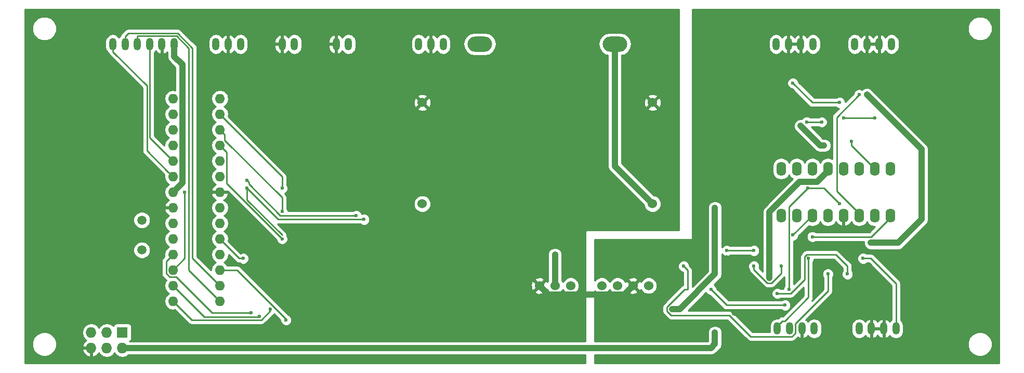
<source format=gbl>
G04 #@! TF.FileFunction,Copper,L2,Bot,Signal*
%FSLAX46Y46*%
G04 Gerber Fmt 4.6, Leading zero omitted, Abs format (unit mm)*
G04 Created by KiCad (PCBNEW 4.0.1-stable) date Wednesday, 15 June 2016 'pmt' 22:36:51*
%MOMM*%
G01*
G04 APERTURE LIST*
%ADD10C,0.100000*%
%ADD11O,1.600000X2.300000*%
%ADD12O,1.600000X1.600000*%
%ADD13R,1.727200X1.727200*%
%ADD14O,1.727200X1.727200*%
%ADD15O,4.000500X2.499360*%
%ADD16O,1.200000X2.000000*%
%ADD17C,1.524000*%
%ADD18C,1.501140*%
%ADD19C,1.000000*%
%ADD20C,0.600000*%
%ADD21C,1.000000*%
%ADD22C,0.250000*%
%ADD23C,0.254000*%
G04 APERTURE END LIST*
D10*
D11*
X180340000Y-85090000D03*
X182880000Y-85090000D03*
X185420000Y-85090000D03*
X187960000Y-85090000D03*
X190500000Y-85090000D03*
X193040000Y-85090000D03*
X195580000Y-85090000D03*
X198120000Y-85090000D03*
X198120000Y-77470000D03*
X195580000Y-77470000D03*
X193040000Y-77470000D03*
X190500000Y-77470000D03*
X187960000Y-77470000D03*
X185420000Y-77470000D03*
X182880000Y-77470000D03*
X180340000Y-77470000D03*
D12*
X81280000Y-66040000D03*
X81280000Y-68580000D03*
X81280000Y-71120000D03*
X81280000Y-73660000D03*
X81280000Y-76200000D03*
X81280000Y-78740000D03*
X81280000Y-81280000D03*
X81280000Y-83820000D03*
X81280000Y-86360000D03*
X81280000Y-88900000D03*
X81280000Y-91440000D03*
X81280000Y-93980000D03*
X81280000Y-96520000D03*
X81280000Y-99060000D03*
X88900000Y-99060000D03*
X88900000Y-96520000D03*
X88900000Y-93980000D03*
X88900000Y-91440000D03*
X88900000Y-88900000D03*
X88900000Y-86360000D03*
X88900000Y-83820000D03*
X88900000Y-81280000D03*
X88900000Y-78740000D03*
X88900000Y-76200000D03*
X88900000Y-73660000D03*
X88900000Y-71120000D03*
X88900000Y-68580000D03*
X88900000Y-66040000D03*
D13*
X73025000Y-104140000D03*
D14*
X73025000Y-106680000D03*
X70485000Y-104140000D03*
X70485000Y-106680000D03*
X67945000Y-104140000D03*
X67945000Y-106680000D03*
D15*
X153240740Y-57150000D03*
X131239260Y-57150000D03*
D16*
X125285000Y-57150000D03*
X123285000Y-57150000D03*
X121285000Y-57150000D03*
X185515000Y-57150000D03*
X183515000Y-57150000D03*
X181515000Y-57150000D03*
X179515000Y-57150000D03*
X198310000Y-57150000D03*
X196310000Y-57150000D03*
X194310000Y-57150000D03*
X192310000Y-57150000D03*
X92265000Y-57150000D03*
X90265000Y-57150000D03*
X88265000Y-57150000D03*
X81470000Y-57150000D03*
X79470000Y-57150000D03*
X77470000Y-57150000D03*
X75470000Y-57150000D03*
X73470000Y-57150000D03*
X71470000Y-57150000D03*
X101060000Y-57150000D03*
X99060000Y-57150000D03*
X109855000Y-57150000D03*
X107855000Y-57150000D03*
X179705000Y-103505000D03*
X181705000Y-103505000D03*
X183705000Y-103505000D03*
X185705000Y-103505000D03*
X193040000Y-103505000D03*
X195040000Y-103505000D03*
X197040000Y-103505000D03*
X199040000Y-103505000D03*
D17*
X159385000Y-83175000D03*
X121885000Y-83175000D03*
X121885000Y-66675000D03*
X159385000Y-66675000D03*
X140970000Y-96520000D03*
X143510000Y-96520000D03*
X146050000Y-96520000D03*
X151130000Y-96520000D03*
X153670000Y-96520000D03*
X156210000Y-96520000D03*
X158750000Y-96520000D03*
D18*
X76200000Y-85824060D03*
X76200000Y-90705940D03*
D19*
X183515000Y-97790000D03*
X172720000Y-100965000D03*
X172720000Y-98425000D03*
X171450000Y-92075000D03*
X108436851Y-87630000D03*
X71755000Y-88265000D03*
X70485000Y-64770000D03*
X169545000Y-83820000D03*
X162560000Y-100330000D03*
X89486314Y-106680000D03*
X169545000Y-104140000D03*
X178435000Y-95250000D03*
X183515000Y-70485000D03*
X187325000Y-73660000D03*
X194945000Y-89535000D03*
X194310000Y-65405000D03*
D20*
X99060000Y-80645000D03*
X99060000Y-84455000D03*
X99060000Y-88900000D03*
X111125000Y-85090000D03*
X93345000Y-79375000D03*
X185420000Y-88534990D03*
X112395000Y-85725000D03*
X93345000Y-80645000D03*
X93980000Y-100965000D03*
X83185000Y-81280000D03*
X95374449Y-101475551D03*
X97155000Y-100330000D03*
X99695000Y-102100561D03*
X92710000Y-92075000D03*
D19*
X143510000Y-91440000D03*
D20*
X182245000Y-63500000D03*
X189865000Y-66675000D03*
X190500000Y-69215000D03*
X195580000Y-69215000D03*
X184515010Y-69819225D03*
X186941511Y-69850000D03*
X184785000Y-92075000D03*
X193675000Y-92075000D03*
X191770000Y-73025000D03*
X193040000Y-65405000D03*
X171450000Y-90805000D03*
X175895000Y-90805000D03*
X182245000Y-88265000D03*
X189865000Y-83185000D03*
X184630020Y-80645000D03*
X181610000Y-97155000D03*
X187960000Y-94615000D03*
X164465000Y-93345000D03*
X168910000Y-97155000D03*
X180975000Y-99695000D03*
X191135000Y-94615000D03*
X179705000Y-97790000D03*
X180340000Y-93345000D03*
X175895000Y-93345000D03*
D21*
X140970000Y-96520000D02*
X142432001Y-97982001D01*
X142432001Y-97982001D02*
X154747999Y-97982001D01*
X154747999Y-97982001D02*
X155448001Y-97281999D01*
X155448001Y-97281999D02*
X156210000Y-96520000D01*
X163830000Y-100330000D02*
X169545000Y-94615000D01*
X169545000Y-94615000D02*
X169545000Y-83820000D01*
X162560000Y-100330000D02*
X163830000Y-100330000D01*
X169545000Y-106045000D02*
X168910000Y-106680000D01*
X168910000Y-106680000D02*
X74246314Y-106680000D01*
X74246314Y-106680000D02*
X73025000Y-106680000D01*
X169545000Y-104140000D02*
X169545000Y-106045000D01*
X81280000Y-81280000D02*
X82780001Y-79779999D01*
X82780001Y-79779999D02*
X82780001Y-60460001D01*
X82780001Y-60460001D02*
X81470000Y-59150000D01*
X81470000Y-59150000D02*
X81470000Y-57150000D01*
X187960000Y-77470000D02*
X187960000Y-77820000D01*
X187960000Y-77820000D02*
X186160000Y-79620000D01*
X186160000Y-79620000D02*
X183338666Y-79620000D01*
X183338666Y-79620000D02*
X178435000Y-84523666D01*
X178435000Y-84523666D02*
X178435000Y-95250000D01*
X187325000Y-73660000D02*
X186690000Y-73660000D01*
X186690000Y-73660000D02*
X183515000Y-70485000D01*
X203200000Y-85725000D02*
X199390000Y-89535000D01*
X199390000Y-89535000D02*
X194945000Y-89535000D01*
X194310000Y-65405000D02*
X203200000Y-74295000D01*
X203200000Y-74295000D02*
X203200000Y-85725000D01*
D22*
X99060000Y-80645000D02*
X99060000Y-78740000D01*
X99060000Y-78740000D02*
X88900000Y-68580000D01*
X88900000Y-71120000D02*
X89699999Y-71919999D01*
X89699999Y-71919999D02*
X89699999Y-72794997D01*
X89699999Y-72794997D02*
X99060000Y-82154998D01*
X99060000Y-82154998D02*
X99060000Y-84455000D01*
X99060000Y-88900000D02*
X90025001Y-79865001D01*
X90025001Y-79865001D02*
X90025001Y-74785001D01*
X90025001Y-74785001D02*
X89699999Y-74459999D01*
X89699999Y-74459999D02*
X88900000Y-73660000D01*
X93345000Y-79375000D02*
X93644999Y-79674999D01*
X93644999Y-79674999D02*
X93644999Y-79965001D01*
X93644999Y-79965001D02*
X98769998Y-85090000D01*
X98769998Y-85090000D02*
X111125000Y-85090000D01*
X185420000Y-88534990D02*
X195025010Y-88534990D01*
X195025010Y-88534990D02*
X198120000Y-85440000D01*
X198120000Y-85440000D02*
X198120000Y-85090000D01*
X93345000Y-80645000D02*
X98425000Y-85725000D01*
X98425000Y-85725000D02*
X98768588Y-85725000D01*
X98768588Y-85725000D02*
X112395000Y-85725000D01*
X93345000Y-80645000D02*
X93345000Y-82548590D01*
X93345000Y-82548590D02*
X99061410Y-88265000D01*
X77470000Y-57150000D02*
X77470000Y-72390000D01*
X77470000Y-72390000D02*
X81280000Y-76200000D01*
X71470000Y-57150000D02*
X71470000Y-58400000D01*
X71470000Y-58400000D02*
X77019990Y-63949990D01*
X77019990Y-63949990D02*
X77019990Y-74479990D01*
X77019990Y-74479990D02*
X80480001Y-77940001D01*
X80480001Y-77940001D02*
X81280000Y-78740000D01*
X81280000Y-91440000D02*
X80154999Y-92565001D01*
X80154999Y-92565001D02*
X80154999Y-94520001D01*
X81820001Y-95105001D02*
X87680000Y-100965000D01*
X80154999Y-94520001D02*
X80739999Y-95105001D01*
X80739999Y-95105001D02*
X81820001Y-95105001D01*
X87680000Y-100965000D02*
X93980000Y-100965000D01*
X81280000Y-93980000D02*
X83185000Y-92075000D01*
X83185000Y-92075000D02*
X83185000Y-91200002D01*
X83185000Y-91200002D02*
X83185000Y-81280000D01*
X81280000Y-96520000D02*
X86350001Y-101590001D01*
X86350001Y-101590001D02*
X95259999Y-101590001D01*
X95259999Y-101590001D02*
X95374449Y-101475551D01*
X81280000Y-99060000D02*
X84320552Y-102100552D01*
X84320552Y-102100552D02*
X95674450Y-102100552D01*
X95674450Y-102100552D02*
X97155000Y-100620002D01*
X97155000Y-100620002D02*
X97155000Y-100330000D01*
X83820000Y-57791839D02*
X83820000Y-93980000D01*
X83820000Y-93980000D02*
X88900000Y-99060000D01*
X75470000Y-57150000D02*
X75470000Y-55900000D01*
X75470000Y-55900000D02*
X75545010Y-55824990D01*
X75545010Y-55824990D02*
X81853151Y-55824990D01*
X81853151Y-55824990D02*
X83820000Y-57791839D01*
X84455000Y-57790429D02*
X84455000Y-92075000D01*
X84455000Y-92075000D02*
X88900000Y-96520000D01*
X73470000Y-57150000D02*
X73470000Y-55900000D01*
X73470000Y-55900000D02*
X73995019Y-55374981D01*
X73995019Y-55374981D02*
X82039552Y-55374981D01*
X82039552Y-55374981D02*
X84455000Y-57790429D01*
X88900000Y-93980000D02*
X91730002Y-93980000D01*
X91730002Y-93980000D02*
X99695000Y-101944998D01*
X99695000Y-101944998D02*
X99695000Y-102100561D01*
X92710000Y-92075000D02*
X92075000Y-92075000D01*
X92075000Y-92075000D02*
X88900000Y-88900000D01*
D21*
X143510000Y-96520000D02*
X143510000Y-91440000D01*
D22*
X189865000Y-66675000D02*
X185420000Y-66675000D01*
X185420000Y-66675000D02*
X182245000Y-63500000D01*
X195580000Y-69215000D02*
X190500000Y-69215000D01*
X186941511Y-69850000D02*
X184545785Y-69850000D01*
X184545785Y-69850000D02*
X184515010Y-69819225D01*
X184785000Y-92075000D02*
X184785000Y-98425000D01*
X184785000Y-98425000D02*
X180955000Y-102255000D01*
X180955000Y-102255000D02*
X180555000Y-102255000D01*
X180555000Y-102255000D02*
X179705000Y-103105000D01*
X179705000Y-103105000D02*
X179705000Y-103505000D01*
X194945000Y-92075000D02*
X199040000Y-96170000D01*
X199040000Y-96170000D02*
X199040000Y-103505000D01*
X193675000Y-92075000D02*
X194945000Y-92075000D01*
X191770000Y-73025000D02*
X191770000Y-73660000D01*
X191770000Y-73660000D02*
X195580000Y-77470000D01*
X193040000Y-65405000D02*
X189374990Y-69070010D01*
X189374990Y-69070010D02*
X189374990Y-81074990D01*
X189374990Y-81074990D02*
X193040000Y-84740000D01*
X193040000Y-84740000D02*
X193040000Y-85090000D01*
X175895000Y-90805000D02*
X171450000Y-90805000D01*
X185420000Y-85090000D02*
X182245000Y-88265000D01*
X184630020Y-80645000D02*
X187325000Y-80645000D01*
X187325000Y-80645000D02*
X189865000Y-83185000D01*
X181610000Y-97155000D02*
X181610000Y-83665020D01*
X181610000Y-83665020D02*
X184294990Y-80980030D01*
X184294990Y-80980030D02*
X184630020Y-80645000D01*
X165100000Y-97155000D02*
X164568260Y-97155000D01*
X164568260Y-97155000D02*
X161734990Y-99988270D01*
X161734990Y-99988270D02*
X161734990Y-100671730D01*
X161734990Y-100671730D02*
X162424261Y-101361001D01*
X182630010Y-102721849D02*
X187960000Y-97391859D01*
X162424261Y-101361001D02*
X171894999Y-101361001D01*
X182088151Y-104830010D02*
X182630010Y-104288151D01*
X171894999Y-101361001D02*
X175364008Y-104830010D01*
X175364008Y-104830010D02*
X182088151Y-104830010D01*
X182630010Y-104288151D02*
X182630010Y-102721849D01*
X187960000Y-97391859D02*
X187960000Y-94615000D01*
X165100000Y-93980000D02*
X165100000Y-97155000D01*
X164465000Y-93345000D02*
X165100000Y-93980000D01*
X180975000Y-99695000D02*
X171450000Y-99695000D01*
X171450000Y-99695000D02*
X168910000Y-97155000D01*
X189239999Y-91449999D02*
X191135000Y-93345000D01*
X191135000Y-93345000D02*
X191135000Y-94615000D01*
X179705000Y-97790000D02*
X181900002Y-97790000D01*
X181900002Y-97790000D02*
X184159999Y-95530003D01*
X184159999Y-95530003D02*
X184159999Y-91774999D01*
X184159999Y-91774999D02*
X184484999Y-91449999D01*
X184484999Y-91449999D02*
X189239999Y-91449999D01*
X175895000Y-93345000D02*
X175895000Y-93876740D01*
X178776730Y-96075010D02*
X180340000Y-94511740D01*
X175895000Y-93876740D02*
X178093270Y-96075010D01*
X178093270Y-96075010D02*
X178776730Y-96075010D01*
X180340000Y-94511740D02*
X180340000Y-93345000D01*
D21*
X153240740Y-57150000D02*
X153240740Y-77030740D01*
X153240740Y-77030740D02*
X159385000Y-83175000D01*
D23*
G36*
X163703000Y-87503000D02*
X148590000Y-87503000D01*
X148540590Y-87513006D01*
X148498965Y-87541447D01*
X148471685Y-87583841D01*
X148463000Y-87630000D01*
X148463000Y-105545000D01*
X89487304Y-105545000D01*
X89261539Y-105544803D01*
X89261062Y-105545000D01*
X74219898Y-105545000D01*
X74340041Y-105467690D01*
X74485031Y-105255490D01*
X74536040Y-105003600D01*
X74536040Y-103276400D01*
X74491762Y-103041083D01*
X74352690Y-102824959D01*
X74140490Y-102679969D01*
X73888600Y-102628960D01*
X72161400Y-102628960D01*
X71926083Y-102673238D01*
X71709959Y-102812310D01*
X71564969Y-103024510D01*
X71556136Y-103068131D01*
X71544670Y-103050971D01*
X71058489Y-102726115D01*
X70485000Y-102612041D01*
X69911511Y-102726115D01*
X69425330Y-103050971D01*
X69215000Y-103365752D01*
X69004670Y-103050971D01*
X68518489Y-102726115D01*
X67945000Y-102612041D01*
X67371511Y-102726115D01*
X66885330Y-103050971D01*
X66560474Y-103537152D01*
X66446400Y-104110641D01*
X66446400Y-104169359D01*
X66560474Y-104742848D01*
X66885330Y-105229029D01*
X67156161Y-105409992D01*
X66738179Y-105791510D01*
X66490032Y-106320973D01*
X66610531Y-106553000D01*
X67818000Y-106553000D01*
X67818000Y-106533000D01*
X68072000Y-106533000D01*
X68072000Y-106553000D01*
X68092000Y-106553000D01*
X68092000Y-106807000D01*
X68072000Y-106807000D01*
X68072000Y-108013817D01*
X68304026Y-108134958D01*
X68719947Y-107962688D01*
X69151821Y-107568490D01*
X69209336Y-107445772D01*
X69425330Y-107769029D01*
X69911511Y-108093885D01*
X70485000Y-108207959D01*
X71058489Y-108093885D01*
X71544670Y-107769029D01*
X71755000Y-107454248D01*
X71965330Y-107769029D01*
X72451511Y-108093885D01*
X73025000Y-108207959D01*
X73598489Y-108093885D01*
X74015870Y-107815000D01*
X89485323Y-107815000D01*
X89711089Y-107815197D01*
X89711566Y-107815000D01*
X148463000Y-107815000D01*
X148463000Y-109170000D01*
X57200000Y-109170000D01*
X57200000Y-106438109D01*
X58339657Y-106438109D01*
X58641218Y-107167943D01*
X59199120Y-107726819D01*
X59928427Y-108029654D01*
X60718109Y-108030343D01*
X61447943Y-107728782D01*
X62006819Y-107170880D01*
X62061569Y-107039027D01*
X66490032Y-107039027D01*
X66738179Y-107568490D01*
X67170053Y-107962688D01*
X67585974Y-108134958D01*
X67818000Y-108013817D01*
X67818000Y-106807000D01*
X66610531Y-106807000D01*
X66490032Y-107039027D01*
X62061569Y-107039027D01*
X62309654Y-106441573D01*
X62310343Y-105651891D01*
X62008782Y-104922057D01*
X61450880Y-104363181D01*
X60721573Y-104060346D01*
X59931891Y-104059657D01*
X59202057Y-104361218D01*
X58643181Y-104919120D01*
X58340346Y-105648427D01*
X58339657Y-106438109D01*
X57200000Y-106438109D01*
X57200000Y-90980338D01*
X74814190Y-90980338D01*
X75024686Y-91489777D01*
X75414113Y-91879884D01*
X75923184Y-92091269D01*
X76474398Y-92091750D01*
X76983837Y-91881254D01*
X77373944Y-91491827D01*
X77585329Y-90982756D01*
X77585810Y-90431542D01*
X77375314Y-89922103D01*
X76985887Y-89531996D01*
X76476816Y-89320611D01*
X75925602Y-89320130D01*
X75416163Y-89530626D01*
X75026056Y-89920053D01*
X74814671Y-90429124D01*
X74814190Y-90980338D01*
X57200000Y-90980338D01*
X57200000Y-86098458D01*
X74814190Y-86098458D01*
X75024686Y-86607897D01*
X75414113Y-86998004D01*
X75923184Y-87209389D01*
X76474398Y-87209870D01*
X76983837Y-86999374D01*
X77373944Y-86609947D01*
X77585329Y-86100876D01*
X77585810Y-85549662D01*
X77375314Y-85040223D01*
X76985887Y-84650116D01*
X76476816Y-84438731D01*
X75925602Y-84438250D01*
X75416163Y-84648746D01*
X75026056Y-85038173D01*
X74814671Y-85547244D01*
X74814190Y-86098458D01*
X57200000Y-86098458D01*
X57200000Y-56717968D01*
X70235000Y-56717968D01*
X70235000Y-57582032D01*
X70329009Y-58054646D01*
X70596723Y-58455309D01*
X70740052Y-58551078D01*
X70767852Y-58690839D01*
X70932599Y-58937401D01*
X76259990Y-64264792D01*
X76259990Y-74479990D01*
X76317842Y-74770829D01*
X76482589Y-75017391D01*
X79881312Y-78416114D01*
X79816887Y-78740000D01*
X79926120Y-79289151D01*
X80237189Y-79754698D01*
X80619275Y-80010000D01*
X80237189Y-80265302D01*
X79926120Y-80730849D01*
X79816887Y-81280000D01*
X79926120Y-81829151D01*
X80237189Y-82294698D01*
X80641703Y-82564986D01*
X80424866Y-82667611D01*
X80048959Y-83082577D01*
X79888096Y-83470961D01*
X80010085Y-83693000D01*
X81153000Y-83693000D01*
X81153000Y-83673000D01*
X81407000Y-83673000D01*
X81407000Y-83693000D01*
X81427000Y-83693000D01*
X81427000Y-83947000D01*
X81407000Y-83947000D01*
X81407000Y-83967000D01*
X81153000Y-83967000D01*
X81153000Y-83947000D01*
X80010085Y-83947000D01*
X79888096Y-84169039D01*
X80048959Y-84557423D01*
X80424866Y-84972389D01*
X80641703Y-85075014D01*
X80237189Y-85345302D01*
X79926120Y-85810849D01*
X79816887Y-86360000D01*
X79926120Y-86909151D01*
X80237189Y-87374698D01*
X80619275Y-87630000D01*
X80237189Y-87885302D01*
X79926120Y-88350849D01*
X79816887Y-88900000D01*
X79926120Y-89449151D01*
X80237189Y-89914698D01*
X80619275Y-90170000D01*
X80237189Y-90425302D01*
X79926120Y-90890849D01*
X79816887Y-91440000D01*
X79881312Y-91763886D01*
X79617598Y-92027600D01*
X79452851Y-92274162D01*
X79394999Y-92565001D01*
X79394999Y-94520001D01*
X79452851Y-94810840D01*
X79617598Y-95057402D01*
X80168419Y-95608223D01*
X79926120Y-95970849D01*
X79816887Y-96520000D01*
X79926120Y-97069151D01*
X80237189Y-97534698D01*
X80619275Y-97790000D01*
X80237189Y-98045302D01*
X79926120Y-98510849D01*
X79816887Y-99060000D01*
X79926120Y-99609151D01*
X80237189Y-100074698D01*
X80702736Y-100385767D01*
X81251887Y-100495000D01*
X81308113Y-100495000D01*
X81585102Y-100439904D01*
X83783151Y-102637953D01*
X84029713Y-102802700D01*
X84320552Y-102860552D01*
X95674450Y-102860552D01*
X95965289Y-102802700D01*
X96211851Y-102637953D01*
X97692401Y-101157403D01*
X97748558Y-101073358D01*
X98760013Y-102084813D01*
X98759838Y-102285728D01*
X98901883Y-102629504D01*
X99164673Y-102892753D01*
X99508201Y-103035399D01*
X99880167Y-103035723D01*
X100223943Y-102893678D01*
X100487192Y-102630888D01*
X100629838Y-102287360D01*
X100630162Y-101915394D01*
X100488117Y-101571618D01*
X100225327Y-101308369D01*
X100067735Y-101242931D01*
X96325017Y-97500213D01*
X140169392Y-97500213D01*
X140238857Y-97742397D01*
X140762302Y-97929144D01*
X141317368Y-97901362D01*
X141701143Y-97742397D01*
X141770608Y-97500213D01*
X140970000Y-96699605D01*
X140169392Y-97500213D01*
X96325017Y-97500213D01*
X95137106Y-96312302D01*
X139560856Y-96312302D01*
X139588638Y-96867368D01*
X139747603Y-97251143D01*
X139989787Y-97320608D01*
X140790395Y-96520000D01*
X141149605Y-96520000D01*
X141950213Y-97320608D01*
X142192397Y-97251143D01*
X142242509Y-97110682D01*
X142324990Y-97310303D01*
X142717630Y-97703629D01*
X143230900Y-97916757D01*
X143786661Y-97917242D01*
X144300303Y-97705010D01*
X144693629Y-97312370D01*
X144779949Y-97104488D01*
X144864990Y-97310303D01*
X145257630Y-97703629D01*
X145770900Y-97916757D01*
X146326661Y-97917242D01*
X146840303Y-97705010D01*
X147233629Y-97312370D01*
X147446757Y-96799100D01*
X147447242Y-96243339D01*
X147235010Y-95729697D01*
X146842370Y-95336371D01*
X146329100Y-95123243D01*
X145773339Y-95122758D01*
X145259697Y-95334990D01*
X144866371Y-95727630D01*
X144780051Y-95935512D01*
X144695010Y-95729697D01*
X144645000Y-95679600D01*
X144645000Y-91440991D01*
X144645197Y-91215225D01*
X144472767Y-90797914D01*
X144153765Y-90478355D01*
X143736756Y-90305197D01*
X143285225Y-90304803D01*
X142867914Y-90477233D01*
X142548355Y-90796235D01*
X142375197Y-91213244D01*
X142374803Y-91664775D01*
X142375000Y-91665252D01*
X142375000Y-95679086D01*
X142326371Y-95727630D01*
X142246605Y-95919727D01*
X142192397Y-95788857D01*
X141950213Y-95719392D01*
X141149605Y-96520000D01*
X140790395Y-96520000D01*
X139989787Y-95719392D01*
X139747603Y-95788857D01*
X139560856Y-96312302D01*
X95137106Y-96312302D01*
X94364591Y-95539787D01*
X140169392Y-95539787D01*
X140970000Y-96340395D01*
X141770608Y-95539787D01*
X141701143Y-95297603D01*
X141177698Y-95110856D01*
X140622632Y-95138638D01*
X140238857Y-95297603D01*
X140169392Y-95539787D01*
X94364591Y-95539787D01*
X92267403Y-93442599D01*
X92020841Y-93277852D01*
X91730002Y-93220000D01*
X90112995Y-93220000D01*
X89942811Y-92965302D01*
X89560725Y-92710000D01*
X89942811Y-92454698D01*
X90253880Y-91989151D01*
X90363113Y-91440000D01*
X90362595Y-91437397D01*
X91537599Y-92612401D01*
X91784161Y-92777148D01*
X92075000Y-92835000D01*
X92147537Y-92835000D01*
X92179673Y-92867192D01*
X92523201Y-93009838D01*
X92895167Y-93010162D01*
X93238943Y-92868117D01*
X93502192Y-92605327D01*
X93644838Y-92261799D01*
X93645162Y-91889833D01*
X93503117Y-91546057D01*
X93240327Y-91282808D01*
X92896799Y-91140162D01*
X92524833Y-91139838D01*
X92305335Y-91230533D01*
X90298688Y-89223886D01*
X90363113Y-88900000D01*
X90253880Y-88350849D01*
X89942811Y-87885302D01*
X89560725Y-87630000D01*
X89942811Y-87374698D01*
X90253880Y-86909151D01*
X90363113Y-86360000D01*
X90253880Y-85810849D01*
X89942811Y-85345302D01*
X89560725Y-85090000D01*
X89942811Y-84834698D01*
X90253880Y-84369151D01*
X90363113Y-83820000D01*
X90253880Y-83270849D01*
X89942811Y-82805302D01*
X89538297Y-82535014D01*
X89755134Y-82432389D01*
X90131041Y-82017423D01*
X90291904Y-81629039D01*
X90169915Y-81407000D01*
X89027000Y-81407000D01*
X89027000Y-81427000D01*
X88773000Y-81427000D01*
X88773000Y-81407000D01*
X87630085Y-81407000D01*
X87508096Y-81629039D01*
X87668959Y-82017423D01*
X88044866Y-82432389D01*
X88261703Y-82535014D01*
X87857189Y-82805302D01*
X87546120Y-83270849D01*
X87436887Y-83820000D01*
X87546120Y-84369151D01*
X87857189Y-84834698D01*
X88239275Y-85090000D01*
X87857189Y-85345302D01*
X87546120Y-85810849D01*
X87436887Y-86360000D01*
X87546120Y-86909151D01*
X87857189Y-87374698D01*
X88239275Y-87630000D01*
X87857189Y-87885302D01*
X87546120Y-88350849D01*
X87436887Y-88900000D01*
X87546120Y-89449151D01*
X87857189Y-89914698D01*
X88239275Y-90170000D01*
X87857189Y-90425302D01*
X87546120Y-90890849D01*
X87436887Y-91440000D01*
X87546120Y-91989151D01*
X87857189Y-92454698D01*
X88239275Y-92710000D01*
X87857189Y-92965302D01*
X87546120Y-93430849D01*
X87436887Y-93980000D01*
X87437405Y-93982603D01*
X85215000Y-91760198D01*
X85215000Y-66040000D01*
X87436887Y-66040000D01*
X87546120Y-66589151D01*
X87857189Y-67054698D01*
X88239275Y-67310000D01*
X87857189Y-67565302D01*
X87546120Y-68030849D01*
X87436887Y-68580000D01*
X87546120Y-69129151D01*
X87857189Y-69594698D01*
X88239275Y-69850000D01*
X87857189Y-70105302D01*
X87546120Y-70570849D01*
X87436887Y-71120000D01*
X87546120Y-71669151D01*
X87857189Y-72134698D01*
X88239275Y-72390000D01*
X87857189Y-72645302D01*
X87546120Y-73110849D01*
X87436887Y-73660000D01*
X87546120Y-74209151D01*
X87857189Y-74674698D01*
X88239275Y-74930000D01*
X87857189Y-75185302D01*
X87546120Y-75650849D01*
X87436887Y-76200000D01*
X87546120Y-76749151D01*
X87857189Y-77214698D01*
X88239275Y-77470000D01*
X87857189Y-77725302D01*
X87546120Y-78190849D01*
X87436887Y-78740000D01*
X87546120Y-79289151D01*
X87857189Y-79754698D01*
X88261703Y-80024986D01*
X88044866Y-80127611D01*
X87668959Y-80542577D01*
X87508096Y-80930961D01*
X87630085Y-81153000D01*
X88773000Y-81153000D01*
X88773000Y-81133000D01*
X89027000Y-81133000D01*
X89027000Y-81153000D01*
X90169915Y-81153000D01*
X90194127Y-81108929D01*
X98124878Y-89039680D01*
X98124838Y-89085167D01*
X98266883Y-89428943D01*
X98529673Y-89692192D01*
X98873201Y-89834838D01*
X99245167Y-89835162D01*
X99588943Y-89693117D01*
X99852192Y-89430327D01*
X99994838Y-89086799D01*
X99995162Y-88714833D01*
X99853117Y-88371057D01*
X99809087Y-88326950D01*
X99821410Y-88265000D01*
X99763558Y-87974161D01*
X99598811Y-87727599D01*
X98339132Y-86467920D01*
X98425000Y-86485000D01*
X111832537Y-86485000D01*
X111864673Y-86517192D01*
X112208201Y-86659838D01*
X112580167Y-86660162D01*
X112923943Y-86518117D01*
X113187192Y-86255327D01*
X113329838Y-85911799D01*
X113330162Y-85539833D01*
X113188117Y-85196057D01*
X112925327Y-84932808D01*
X112581799Y-84790162D01*
X112209833Y-84789838D01*
X112041403Y-84859432D01*
X111918117Y-84561057D01*
X111655327Y-84297808D01*
X111311799Y-84155162D01*
X110939833Y-84154838D01*
X110596057Y-84296883D01*
X110562882Y-84330000D01*
X99995110Y-84330000D01*
X99995162Y-84269833D01*
X99853117Y-83926057D01*
X99820000Y-83892882D01*
X99820000Y-83451661D01*
X120487758Y-83451661D01*
X120699990Y-83965303D01*
X121092630Y-84358629D01*
X121605900Y-84571757D01*
X122161661Y-84572242D01*
X122675303Y-84360010D01*
X123068629Y-83967370D01*
X123281757Y-83454100D01*
X123282242Y-82898339D01*
X123070010Y-82384697D01*
X122677370Y-81991371D01*
X122164100Y-81778243D01*
X121608339Y-81777758D01*
X121094697Y-81989990D01*
X120701371Y-82382630D01*
X120488243Y-82895900D01*
X120487758Y-83451661D01*
X99820000Y-83451661D01*
X99820000Y-82154998D01*
X99762148Y-81864159D01*
X99762148Y-81864158D01*
X99597401Y-81617597D01*
X99467925Y-81488121D01*
X99588943Y-81438117D01*
X99852192Y-81175327D01*
X99994838Y-80831799D01*
X99995162Y-80459833D01*
X99853117Y-80116057D01*
X99820000Y-80082882D01*
X99820000Y-78740000D01*
X99762148Y-78449161D01*
X99597401Y-78202599D01*
X90298688Y-68903886D01*
X90363113Y-68580000D01*
X90253880Y-68030849D01*
X90002888Y-67655213D01*
X121084392Y-67655213D01*
X121153857Y-67897397D01*
X121677302Y-68084144D01*
X122232368Y-68056362D01*
X122616143Y-67897397D01*
X122685608Y-67655213D01*
X121885000Y-66854605D01*
X121084392Y-67655213D01*
X90002888Y-67655213D01*
X89942811Y-67565302D01*
X89560725Y-67310000D01*
X89942811Y-67054698D01*
X90253880Y-66589151D01*
X90278117Y-66467302D01*
X120475856Y-66467302D01*
X120503638Y-67022368D01*
X120662603Y-67406143D01*
X120904787Y-67475608D01*
X121705395Y-66675000D01*
X122064605Y-66675000D01*
X122865213Y-67475608D01*
X123107397Y-67406143D01*
X123294144Y-66882698D01*
X123266362Y-66327632D01*
X123107397Y-65943857D01*
X122865213Y-65874392D01*
X122064605Y-66675000D01*
X121705395Y-66675000D01*
X120904787Y-65874392D01*
X120662603Y-65943857D01*
X120475856Y-66467302D01*
X90278117Y-66467302D01*
X90363113Y-66040000D01*
X90294446Y-65694787D01*
X121084392Y-65694787D01*
X121885000Y-66495395D01*
X122685608Y-65694787D01*
X122616143Y-65452603D01*
X122092698Y-65265856D01*
X121537632Y-65293638D01*
X121153857Y-65452603D01*
X121084392Y-65694787D01*
X90294446Y-65694787D01*
X90253880Y-65490849D01*
X89942811Y-65025302D01*
X89477264Y-64714233D01*
X88928113Y-64605000D01*
X88871887Y-64605000D01*
X88322736Y-64714233D01*
X87857189Y-65025302D01*
X87546120Y-65490849D01*
X87436887Y-66040000D01*
X85215000Y-66040000D01*
X85215000Y-57790429D01*
X85173547Y-57582032D01*
X85157148Y-57499589D01*
X84992401Y-57253028D01*
X84457341Y-56717968D01*
X87030000Y-56717968D01*
X87030000Y-57582032D01*
X87124009Y-58054646D01*
X87391723Y-58455309D01*
X87792386Y-58723023D01*
X88265000Y-58817032D01*
X88737614Y-58723023D01*
X89138277Y-58455309D01*
X89270218Y-58257845D01*
X89481526Y-58513080D01*
X89909719Y-58739592D01*
X89947391Y-58743462D01*
X90138000Y-58618731D01*
X90138000Y-57277000D01*
X90118000Y-57277000D01*
X90118000Y-57023000D01*
X90138000Y-57023000D01*
X90138000Y-55681269D01*
X90392000Y-55681269D01*
X90392000Y-57023000D01*
X90412000Y-57023000D01*
X90412000Y-57277000D01*
X90392000Y-57277000D01*
X90392000Y-58618731D01*
X90582609Y-58743462D01*
X90620281Y-58739592D01*
X91048474Y-58513080D01*
X91259782Y-58257845D01*
X91391723Y-58455309D01*
X91792386Y-58723023D01*
X92265000Y-58817032D01*
X92737614Y-58723023D01*
X93138277Y-58455309D01*
X93405991Y-58054646D01*
X93500000Y-57582032D01*
X93500000Y-57277000D01*
X97825000Y-57277000D01*
X97825000Y-57677000D01*
X97967610Y-58139947D01*
X98276526Y-58513080D01*
X98704719Y-58739592D01*
X98742391Y-58743462D01*
X98933000Y-58618731D01*
X98933000Y-57277000D01*
X97825000Y-57277000D01*
X93500000Y-57277000D01*
X93500000Y-56717968D01*
X93481110Y-56623000D01*
X97825000Y-56623000D01*
X97825000Y-57023000D01*
X98933000Y-57023000D01*
X98933000Y-55681269D01*
X99187000Y-55681269D01*
X99187000Y-57023000D01*
X99207000Y-57023000D01*
X99207000Y-57277000D01*
X99187000Y-57277000D01*
X99187000Y-58618731D01*
X99377609Y-58743462D01*
X99415281Y-58739592D01*
X99843474Y-58513080D01*
X100054782Y-58257845D01*
X100186723Y-58455309D01*
X100587386Y-58723023D01*
X101060000Y-58817032D01*
X101532614Y-58723023D01*
X101933277Y-58455309D01*
X102200991Y-58054646D01*
X102295000Y-57582032D01*
X102295000Y-57277000D01*
X106620000Y-57277000D01*
X106620000Y-57677000D01*
X106762610Y-58139947D01*
X107071526Y-58513080D01*
X107499719Y-58739592D01*
X107537391Y-58743462D01*
X107728000Y-58618731D01*
X107728000Y-57277000D01*
X106620000Y-57277000D01*
X102295000Y-57277000D01*
X102295000Y-56717968D01*
X102276110Y-56623000D01*
X106620000Y-56623000D01*
X106620000Y-57023000D01*
X107728000Y-57023000D01*
X107728000Y-55681269D01*
X107982000Y-55681269D01*
X107982000Y-57023000D01*
X108002000Y-57023000D01*
X108002000Y-57277000D01*
X107982000Y-57277000D01*
X107982000Y-58618731D01*
X108172609Y-58743462D01*
X108210281Y-58739592D01*
X108638474Y-58513080D01*
X108849782Y-58257845D01*
X108981723Y-58455309D01*
X109382386Y-58723023D01*
X109855000Y-58817032D01*
X110327614Y-58723023D01*
X110728277Y-58455309D01*
X110995991Y-58054646D01*
X111090000Y-57582032D01*
X111090000Y-56717968D01*
X120050000Y-56717968D01*
X120050000Y-57582032D01*
X120144009Y-58054646D01*
X120411723Y-58455309D01*
X120812386Y-58723023D01*
X121285000Y-58817032D01*
X121757614Y-58723023D01*
X122158277Y-58455309D01*
X122290218Y-58257845D01*
X122501526Y-58513080D01*
X122929719Y-58739592D01*
X122967391Y-58743462D01*
X123158000Y-58618731D01*
X123158000Y-57277000D01*
X123138000Y-57277000D01*
X123138000Y-57023000D01*
X123158000Y-57023000D01*
X123158000Y-55681269D01*
X123412000Y-55681269D01*
X123412000Y-57023000D01*
X123432000Y-57023000D01*
X123432000Y-57277000D01*
X123412000Y-57277000D01*
X123412000Y-58618731D01*
X123602609Y-58743462D01*
X123640281Y-58739592D01*
X124068474Y-58513080D01*
X124279782Y-58257845D01*
X124411723Y-58455309D01*
X124812386Y-58723023D01*
X125285000Y-58817032D01*
X125757614Y-58723023D01*
X126158277Y-58455309D01*
X126425991Y-58054646D01*
X126520000Y-57582032D01*
X126520000Y-57150000D01*
X128552382Y-57150000D01*
X128695845Y-57871236D01*
X129104392Y-58482670D01*
X129715826Y-58891217D01*
X130437062Y-59034680D01*
X132041458Y-59034680D01*
X132762694Y-58891217D01*
X133374128Y-58482670D01*
X133782675Y-57871236D01*
X133926138Y-57150000D01*
X150553862Y-57150000D01*
X150697325Y-57871236D01*
X151105872Y-58482670D01*
X151717306Y-58891217D01*
X152105740Y-58968481D01*
X152105740Y-77030740D01*
X152192137Y-77465086D01*
X152232683Y-77525767D01*
X152438174Y-77833306D01*
X157987818Y-83382950D01*
X157987758Y-83451661D01*
X158199990Y-83965303D01*
X158592630Y-84358629D01*
X159105900Y-84571757D01*
X159661661Y-84572242D01*
X160175303Y-84360010D01*
X160568629Y-83967370D01*
X160781757Y-83454100D01*
X160782242Y-82898339D01*
X160570010Y-82384697D01*
X160177370Y-81991371D01*
X159664100Y-81778243D01*
X159593313Y-81778181D01*
X154375740Y-76560608D01*
X154375740Y-67655213D01*
X158584392Y-67655213D01*
X158653857Y-67897397D01*
X159177302Y-68084144D01*
X159732368Y-68056362D01*
X160116143Y-67897397D01*
X160185608Y-67655213D01*
X159385000Y-66854605D01*
X158584392Y-67655213D01*
X154375740Y-67655213D01*
X154375740Y-66467302D01*
X157975856Y-66467302D01*
X158003638Y-67022368D01*
X158162603Y-67406143D01*
X158404787Y-67475608D01*
X159205395Y-66675000D01*
X159564605Y-66675000D01*
X160365213Y-67475608D01*
X160607397Y-67406143D01*
X160794144Y-66882698D01*
X160766362Y-66327632D01*
X160607397Y-65943857D01*
X160365213Y-65874392D01*
X159564605Y-66675000D01*
X159205395Y-66675000D01*
X158404787Y-65874392D01*
X158162603Y-65943857D01*
X157975856Y-66467302D01*
X154375740Y-66467302D01*
X154375740Y-65694787D01*
X158584392Y-65694787D01*
X159385000Y-66495395D01*
X160185608Y-65694787D01*
X160116143Y-65452603D01*
X159592698Y-65265856D01*
X159037632Y-65293638D01*
X158653857Y-65452603D01*
X158584392Y-65694787D01*
X154375740Y-65694787D01*
X154375740Y-58968481D01*
X154764174Y-58891217D01*
X155375608Y-58482670D01*
X155784155Y-57871236D01*
X155927618Y-57150000D01*
X155784155Y-56428764D01*
X155375608Y-55817330D01*
X154764174Y-55408783D01*
X154042938Y-55265320D01*
X152438542Y-55265320D01*
X151717306Y-55408783D01*
X151105872Y-55817330D01*
X150697325Y-56428764D01*
X150553862Y-57150000D01*
X133926138Y-57150000D01*
X133782675Y-56428764D01*
X133374128Y-55817330D01*
X132762694Y-55408783D01*
X132041458Y-55265320D01*
X130437062Y-55265320D01*
X129715826Y-55408783D01*
X129104392Y-55817330D01*
X128695845Y-56428764D01*
X128552382Y-57150000D01*
X126520000Y-57150000D01*
X126520000Y-56717968D01*
X126425991Y-56245354D01*
X126158277Y-55844691D01*
X125757614Y-55576977D01*
X125285000Y-55482968D01*
X124812386Y-55576977D01*
X124411723Y-55844691D01*
X124279782Y-56042155D01*
X124068474Y-55786920D01*
X123640281Y-55560408D01*
X123602609Y-55556538D01*
X123412000Y-55681269D01*
X123158000Y-55681269D01*
X122967391Y-55556538D01*
X122929719Y-55560408D01*
X122501526Y-55786920D01*
X122290218Y-56042155D01*
X122158277Y-55844691D01*
X121757614Y-55576977D01*
X121285000Y-55482968D01*
X120812386Y-55576977D01*
X120411723Y-55844691D01*
X120144009Y-56245354D01*
X120050000Y-56717968D01*
X111090000Y-56717968D01*
X110995991Y-56245354D01*
X110728277Y-55844691D01*
X110327614Y-55576977D01*
X109855000Y-55482968D01*
X109382386Y-55576977D01*
X108981723Y-55844691D01*
X108849782Y-56042155D01*
X108638474Y-55786920D01*
X108210281Y-55560408D01*
X108172609Y-55556538D01*
X107982000Y-55681269D01*
X107728000Y-55681269D01*
X107537391Y-55556538D01*
X107499719Y-55560408D01*
X107071526Y-55786920D01*
X106762610Y-56160053D01*
X106620000Y-56623000D01*
X102276110Y-56623000D01*
X102200991Y-56245354D01*
X101933277Y-55844691D01*
X101532614Y-55576977D01*
X101060000Y-55482968D01*
X100587386Y-55576977D01*
X100186723Y-55844691D01*
X100054782Y-56042155D01*
X99843474Y-55786920D01*
X99415281Y-55560408D01*
X99377609Y-55556538D01*
X99187000Y-55681269D01*
X98933000Y-55681269D01*
X98742391Y-55556538D01*
X98704719Y-55560408D01*
X98276526Y-55786920D01*
X97967610Y-56160053D01*
X97825000Y-56623000D01*
X93481110Y-56623000D01*
X93405991Y-56245354D01*
X93138277Y-55844691D01*
X92737614Y-55576977D01*
X92265000Y-55482968D01*
X91792386Y-55576977D01*
X91391723Y-55844691D01*
X91259782Y-56042155D01*
X91048474Y-55786920D01*
X90620281Y-55560408D01*
X90582609Y-55556538D01*
X90392000Y-55681269D01*
X90138000Y-55681269D01*
X89947391Y-55556538D01*
X89909719Y-55560408D01*
X89481526Y-55786920D01*
X89270218Y-56042155D01*
X89138277Y-55844691D01*
X88737614Y-55576977D01*
X88265000Y-55482968D01*
X87792386Y-55576977D01*
X87391723Y-55844691D01*
X87124009Y-56245354D01*
X87030000Y-56717968D01*
X84457341Y-56717968D01*
X82576953Y-54837580D01*
X82330391Y-54672833D01*
X82039552Y-54614981D01*
X73995019Y-54614981D01*
X73704180Y-54672833D01*
X73457618Y-54837580D01*
X72932599Y-55362599D01*
X72767852Y-55609161D01*
X72740052Y-55748922D01*
X72596723Y-55844691D01*
X72470000Y-56034346D01*
X72343277Y-55844691D01*
X71942614Y-55576977D01*
X71470000Y-55482968D01*
X70997386Y-55576977D01*
X70596723Y-55844691D01*
X70329009Y-56245354D01*
X70235000Y-56717968D01*
X57200000Y-56717968D01*
X57200000Y-55003109D01*
X58339657Y-55003109D01*
X58641218Y-55732943D01*
X59199120Y-56291819D01*
X59928427Y-56594654D01*
X60718109Y-56595343D01*
X61447943Y-56293782D01*
X62006819Y-55735880D01*
X62309654Y-55006573D01*
X62310343Y-54216891D01*
X62008782Y-53487057D01*
X61450880Y-52928181D01*
X60721573Y-52625346D01*
X59931891Y-52624657D01*
X59202057Y-52926218D01*
X58643181Y-53484120D01*
X58340346Y-54213427D01*
X58339657Y-55003109D01*
X57200000Y-55003109D01*
X57200000Y-51485000D01*
X163703000Y-51485000D01*
X163703000Y-87503000D01*
X163703000Y-87503000D01*
G37*
X163703000Y-87503000D02*
X148590000Y-87503000D01*
X148540590Y-87513006D01*
X148498965Y-87541447D01*
X148471685Y-87583841D01*
X148463000Y-87630000D01*
X148463000Y-105545000D01*
X89487304Y-105545000D01*
X89261539Y-105544803D01*
X89261062Y-105545000D01*
X74219898Y-105545000D01*
X74340041Y-105467690D01*
X74485031Y-105255490D01*
X74536040Y-105003600D01*
X74536040Y-103276400D01*
X74491762Y-103041083D01*
X74352690Y-102824959D01*
X74140490Y-102679969D01*
X73888600Y-102628960D01*
X72161400Y-102628960D01*
X71926083Y-102673238D01*
X71709959Y-102812310D01*
X71564969Y-103024510D01*
X71556136Y-103068131D01*
X71544670Y-103050971D01*
X71058489Y-102726115D01*
X70485000Y-102612041D01*
X69911511Y-102726115D01*
X69425330Y-103050971D01*
X69215000Y-103365752D01*
X69004670Y-103050971D01*
X68518489Y-102726115D01*
X67945000Y-102612041D01*
X67371511Y-102726115D01*
X66885330Y-103050971D01*
X66560474Y-103537152D01*
X66446400Y-104110641D01*
X66446400Y-104169359D01*
X66560474Y-104742848D01*
X66885330Y-105229029D01*
X67156161Y-105409992D01*
X66738179Y-105791510D01*
X66490032Y-106320973D01*
X66610531Y-106553000D01*
X67818000Y-106553000D01*
X67818000Y-106533000D01*
X68072000Y-106533000D01*
X68072000Y-106553000D01*
X68092000Y-106553000D01*
X68092000Y-106807000D01*
X68072000Y-106807000D01*
X68072000Y-108013817D01*
X68304026Y-108134958D01*
X68719947Y-107962688D01*
X69151821Y-107568490D01*
X69209336Y-107445772D01*
X69425330Y-107769029D01*
X69911511Y-108093885D01*
X70485000Y-108207959D01*
X71058489Y-108093885D01*
X71544670Y-107769029D01*
X71755000Y-107454248D01*
X71965330Y-107769029D01*
X72451511Y-108093885D01*
X73025000Y-108207959D01*
X73598489Y-108093885D01*
X74015870Y-107815000D01*
X89485323Y-107815000D01*
X89711089Y-107815197D01*
X89711566Y-107815000D01*
X148463000Y-107815000D01*
X148463000Y-109170000D01*
X57200000Y-109170000D01*
X57200000Y-106438109D01*
X58339657Y-106438109D01*
X58641218Y-107167943D01*
X59199120Y-107726819D01*
X59928427Y-108029654D01*
X60718109Y-108030343D01*
X61447943Y-107728782D01*
X62006819Y-107170880D01*
X62061569Y-107039027D01*
X66490032Y-107039027D01*
X66738179Y-107568490D01*
X67170053Y-107962688D01*
X67585974Y-108134958D01*
X67818000Y-108013817D01*
X67818000Y-106807000D01*
X66610531Y-106807000D01*
X66490032Y-107039027D01*
X62061569Y-107039027D01*
X62309654Y-106441573D01*
X62310343Y-105651891D01*
X62008782Y-104922057D01*
X61450880Y-104363181D01*
X60721573Y-104060346D01*
X59931891Y-104059657D01*
X59202057Y-104361218D01*
X58643181Y-104919120D01*
X58340346Y-105648427D01*
X58339657Y-106438109D01*
X57200000Y-106438109D01*
X57200000Y-90980338D01*
X74814190Y-90980338D01*
X75024686Y-91489777D01*
X75414113Y-91879884D01*
X75923184Y-92091269D01*
X76474398Y-92091750D01*
X76983837Y-91881254D01*
X77373944Y-91491827D01*
X77585329Y-90982756D01*
X77585810Y-90431542D01*
X77375314Y-89922103D01*
X76985887Y-89531996D01*
X76476816Y-89320611D01*
X75925602Y-89320130D01*
X75416163Y-89530626D01*
X75026056Y-89920053D01*
X74814671Y-90429124D01*
X74814190Y-90980338D01*
X57200000Y-90980338D01*
X57200000Y-86098458D01*
X74814190Y-86098458D01*
X75024686Y-86607897D01*
X75414113Y-86998004D01*
X75923184Y-87209389D01*
X76474398Y-87209870D01*
X76983837Y-86999374D01*
X77373944Y-86609947D01*
X77585329Y-86100876D01*
X77585810Y-85549662D01*
X77375314Y-85040223D01*
X76985887Y-84650116D01*
X76476816Y-84438731D01*
X75925602Y-84438250D01*
X75416163Y-84648746D01*
X75026056Y-85038173D01*
X74814671Y-85547244D01*
X74814190Y-86098458D01*
X57200000Y-86098458D01*
X57200000Y-56717968D01*
X70235000Y-56717968D01*
X70235000Y-57582032D01*
X70329009Y-58054646D01*
X70596723Y-58455309D01*
X70740052Y-58551078D01*
X70767852Y-58690839D01*
X70932599Y-58937401D01*
X76259990Y-64264792D01*
X76259990Y-74479990D01*
X76317842Y-74770829D01*
X76482589Y-75017391D01*
X79881312Y-78416114D01*
X79816887Y-78740000D01*
X79926120Y-79289151D01*
X80237189Y-79754698D01*
X80619275Y-80010000D01*
X80237189Y-80265302D01*
X79926120Y-80730849D01*
X79816887Y-81280000D01*
X79926120Y-81829151D01*
X80237189Y-82294698D01*
X80641703Y-82564986D01*
X80424866Y-82667611D01*
X80048959Y-83082577D01*
X79888096Y-83470961D01*
X80010085Y-83693000D01*
X81153000Y-83693000D01*
X81153000Y-83673000D01*
X81407000Y-83673000D01*
X81407000Y-83693000D01*
X81427000Y-83693000D01*
X81427000Y-83947000D01*
X81407000Y-83947000D01*
X81407000Y-83967000D01*
X81153000Y-83967000D01*
X81153000Y-83947000D01*
X80010085Y-83947000D01*
X79888096Y-84169039D01*
X80048959Y-84557423D01*
X80424866Y-84972389D01*
X80641703Y-85075014D01*
X80237189Y-85345302D01*
X79926120Y-85810849D01*
X79816887Y-86360000D01*
X79926120Y-86909151D01*
X80237189Y-87374698D01*
X80619275Y-87630000D01*
X80237189Y-87885302D01*
X79926120Y-88350849D01*
X79816887Y-88900000D01*
X79926120Y-89449151D01*
X80237189Y-89914698D01*
X80619275Y-90170000D01*
X80237189Y-90425302D01*
X79926120Y-90890849D01*
X79816887Y-91440000D01*
X79881312Y-91763886D01*
X79617598Y-92027600D01*
X79452851Y-92274162D01*
X79394999Y-92565001D01*
X79394999Y-94520001D01*
X79452851Y-94810840D01*
X79617598Y-95057402D01*
X80168419Y-95608223D01*
X79926120Y-95970849D01*
X79816887Y-96520000D01*
X79926120Y-97069151D01*
X80237189Y-97534698D01*
X80619275Y-97790000D01*
X80237189Y-98045302D01*
X79926120Y-98510849D01*
X79816887Y-99060000D01*
X79926120Y-99609151D01*
X80237189Y-100074698D01*
X80702736Y-100385767D01*
X81251887Y-100495000D01*
X81308113Y-100495000D01*
X81585102Y-100439904D01*
X83783151Y-102637953D01*
X84029713Y-102802700D01*
X84320552Y-102860552D01*
X95674450Y-102860552D01*
X95965289Y-102802700D01*
X96211851Y-102637953D01*
X97692401Y-101157403D01*
X97748558Y-101073358D01*
X98760013Y-102084813D01*
X98759838Y-102285728D01*
X98901883Y-102629504D01*
X99164673Y-102892753D01*
X99508201Y-103035399D01*
X99880167Y-103035723D01*
X100223943Y-102893678D01*
X100487192Y-102630888D01*
X100629838Y-102287360D01*
X100630162Y-101915394D01*
X100488117Y-101571618D01*
X100225327Y-101308369D01*
X100067735Y-101242931D01*
X96325017Y-97500213D01*
X140169392Y-97500213D01*
X140238857Y-97742397D01*
X140762302Y-97929144D01*
X141317368Y-97901362D01*
X141701143Y-97742397D01*
X141770608Y-97500213D01*
X140970000Y-96699605D01*
X140169392Y-97500213D01*
X96325017Y-97500213D01*
X95137106Y-96312302D01*
X139560856Y-96312302D01*
X139588638Y-96867368D01*
X139747603Y-97251143D01*
X139989787Y-97320608D01*
X140790395Y-96520000D01*
X141149605Y-96520000D01*
X141950213Y-97320608D01*
X142192397Y-97251143D01*
X142242509Y-97110682D01*
X142324990Y-97310303D01*
X142717630Y-97703629D01*
X143230900Y-97916757D01*
X143786661Y-97917242D01*
X144300303Y-97705010D01*
X144693629Y-97312370D01*
X144779949Y-97104488D01*
X144864990Y-97310303D01*
X145257630Y-97703629D01*
X145770900Y-97916757D01*
X146326661Y-97917242D01*
X146840303Y-97705010D01*
X147233629Y-97312370D01*
X147446757Y-96799100D01*
X147447242Y-96243339D01*
X147235010Y-95729697D01*
X146842370Y-95336371D01*
X146329100Y-95123243D01*
X145773339Y-95122758D01*
X145259697Y-95334990D01*
X144866371Y-95727630D01*
X144780051Y-95935512D01*
X144695010Y-95729697D01*
X144645000Y-95679600D01*
X144645000Y-91440991D01*
X144645197Y-91215225D01*
X144472767Y-90797914D01*
X144153765Y-90478355D01*
X143736756Y-90305197D01*
X143285225Y-90304803D01*
X142867914Y-90477233D01*
X142548355Y-90796235D01*
X142375197Y-91213244D01*
X142374803Y-91664775D01*
X142375000Y-91665252D01*
X142375000Y-95679086D01*
X142326371Y-95727630D01*
X142246605Y-95919727D01*
X142192397Y-95788857D01*
X141950213Y-95719392D01*
X141149605Y-96520000D01*
X140790395Y-96520000D01*
X139989787Y-95719392D01*
X139747603Y-95788857D01*
X139560856Y-96312302D01*
X95137106Y-96312302D01*
X94364591Y-95539787D01*
X140169392Y-95539787D01*
X140970000Y-96340395D01*
X141770608Y-95539787D01*
X141701143Y-95297603D01*
X141177698Y-95110856D01*
X140622632Y-95138638D01*
X140238857Y-95297603D01*
X140169392Y-95539787D01*
X94364591Y-95539787D01*
X92267403Y-93442599D01*
X92020841Y-93277852D01*
X91730002Y-93220000D01*
X90112995Y-93220000D01*
X89942811Y-92965302D01*
X89560725Y-92710000D01*
X89942811Y-92454698D01*
X90253880Y-91989151D01*
X90363113Y-91440000D01*
X90362595Y-91437397D01*
X91537599Y-92612401D01*
X91784161Y-92777148D01*
X92075000Y-92835000D01*
X92147537Y-92835000D01*
X92179673Y-92867192D01*
X92523201Y-93009838D01*
X92895167Y-93010162D01*
X93238943Y-92868117D01*
X93502192Y-92605327D01*
X93644838Y-92261799D01*
X93645162Y-91889833D01*
X93503117Y-91546057D01*
X93240327Y-91282808D01*
X92896799Y-91140162D01*
X92524833Y-91139838D01*
X92305335Y-91230533D01*
X90298688Y-89223886D01*
X90363113Y-88900000D01*
X90253880Y-88350849D01*
X89942811Y-87885302D01*
X89560725Y-87630000D01*
X89942811Y-87374698D01*
X90253880Y-86909151D01*
X90363113Y-86360000D01*
X90253880Y-85810849D01*
X89942811Y-85345302D01*
X89560725Y-85090000D01*
X89942811Y-84834698D01*
X90253880Y-84369151D01*
X90363113Y-83820000D01*
X90253880Y-83270849D01*
X89942811Y-82805302D01*
X89538297Y-82535014D01*
X89755134Y-82432389D01*
X90131041Y-82017423D01*
X90291904Y-81629039D01*
X90169915Y-81407000D01*
X89027000Y-81407000D01*
X89027000Y-81427000D01*
X88773000Y-81427000D01*
X88773000Y-81407000D01*
X87630085Y-81407000D01*
X87508096Y-81629039D01*
X87668959Y-82017423D01*
X88044866Y-82432389D01*
X88261703Y-82535014D01*
X87857189Y-82805302D01*
X87546120Y-83270849D01*
X87436887Y-83820000D01*
X87546120Y-84369151D01*
X87857189Y-84834698D01*
X88239275Y-85090000D01*
X87857189Y-85345302D01*
X87546120Y-85810849D01*
X87436887Y-86360000D01*
X87546120Y-86909151D01*
X87857189Y-87374698D01*
X88239275Y-87630000D01*
X87857189Y-87885302D01*
X87546120Y-88350849D01*
X87436887Y-88900000D01*
X87546120Y-89449151D01*
X87857189Y-89914698D01*
X88239275Y-90170000D01*
X87857189Y-90425302D01*
X87546120Y-90890849D01*
X87436887Y-91440000D01*
X87546120Y-91989151D01*
X87857189Y-92454698D01*
X88239275Y-92710000D01*
X87857189Y-92965302D01*
X87546120Y-93430849D01*
X87436887Y-93980000D01*
X87437405Y-93982603D01*
X85215000Y-91760198D01*
X85215000Y-66040000D01*
X87436887Y-66040000D01*
X87546120Y-66589151D01*
X87857189Y-67054698D01*
X88239275Y-67310000D01*
X87857189Y-67565302D01*
X87546120Y-68030849D01*
X87436887Y-68580000D01*
X87546120Y-69129151D01*
X87857189Y-69594698D01*
X88239275Y-69850000D01*
X87857189Y-70105302D01*
X87546120Y-70570849D01*
X87436887Y-71120000D01*
X87546120Y-71669151D01*
X87857189Y-72134698D01*
X88239275Y-72390000D01*
X87857189Y-72645302D01*
X87546120Y-73110849D01*
X87436887Y-73660000D01*
X87546120Y-74209151D01*
X87857189Y-74674698D01*
X88239275Y-74930000D01*
X87857189Y-75185302D01*
X87546120Y-75650849D01*
X87436887Y-76200000D01*
X87546120Y-76749151D01*
X87857189Y-77214698D01*
X88239275Y-77470000D01*
X87857189Y-77725302D01*
X87546120Y-78190849D01*
X87436887Y-78740000D01*
X87546120Y-79289151D01*
X87857189Y-79754698D01*
X88261703Y-80024986D01*
X88044866Y-80127611D01*
X87668959Y-80542577D01*
X87508096Y-80930961D01*
X87630085Y-81153000D01*
X88773000Y-81153000D01*
X88773000Y-81133000D01*
X89027000Y-81133000D01*
X89027000Y-81153000D01*
X90169915Y-81153000D01*
X90194127Y-81108929D01*
X98124878Y-89039680D01*
X98124838Y-89085167D01*
X98266883Y-89428943D01*
X98529673Y-89692192D01*
X98873201Y-89834838D01*
X99245167Y-89835162D01*
X99588943Y-89693117D01*
X99852192Y-89430327D01*
X99994838Y-89086799D01*
X99995162Y-88714833D01*
X99853117Y-88371057D01*
X99809087Y-88326950D01*
X99821410Y-88265000D01*
X99763558Y-87974161D01*
X99598811Y-87727599D01*
X98339132Y-86467920D01*
X98425000Y-86485000D01*
X111832537Y-86485000D01*
X111864673Y-86517192D01*
X112208201Y-86659838D01*
X112580167Y-86660162D01*
X112923943Y-86518117D01*
X113187192Y-86255327D01*
X113329838Y-85911799D01*
X113330162Y-85539833D01*
X113188117Y-85196057D01*
X112925327Y-84932808D01*
X112581799Y-84790162D01*
X112209833Y-84789838D01*
X112041403Y-84859432D01*
X111918117Y-84561057D01*
X111655327Y-84297808D01*
X111311799Y-84155162D01*
X110939833Y-84154838D01*
X110596057Y-84296883D01*
X110562882Y-84330000D01*
X99995110Y-84330000D01*
X99995162Y-84269833D01*
X99853117Y-83926057D01*
X99820000Y-83892882D01*
X99820000Y-83451661D01*
X120487758Y-83451661D01*
X120699990Y-83965303D01*
X121092630Y-84358629D01*
X121605900Y-84571757D01*
X122161661Y-84572242D01*
X122675303Y-84360010D01*
X123068629Y-83967370D01*
X123281757Y-83454100D01*
X123282242Y-82898339D01*
X123070010Y-82384697D01*
X122677370Y-81991371D01*
X122164100Y-81778243D01*
X121608339Y-81777758D01*
X121094697Y-81989990D01*
X120701371Y-82382630D01*
X120488243Y-82895900D01*
X120487758Y-83451661D01*
X99820000Y-83451661D01*
X99820000Y-82154998D01*
X99762148Y-81864159D01*
X99762148Y-81864158D01*
X99597401Y-81617597D01*
X99467925Y-81488121D01*
X99588943Y-81438117D01*
X99852192Y-81175327D01*
X99994838Y-80831799D01*
X99995162Y-80459833D01*
X99853117Y-80116057D01*
X99820000Y-80082882D01*
X99820000Y-78740000D01*
X99762148Y-78449161D01*
X99597401Y-78202599D01*
X90298688Y-68903886D01*
X90363113Y-68580000D01*
X90253880Y-68030849D01*
X90002888Y-67655213D01*
X121084392Y-67655213D01*
X121153857Y-67897397D01*
X121677302Y-68084144D01*
X122232368Y-68056362D01*
X122616143Y-67897397D01*
X122685608Y-67655213D01*
X121885000Y-66854605D01*
X121084392Y-67655213D01*
X90002888Y-67655213D01*
X89942811Y-67565302D01*
X89560725Y-67310000D01*
X89942811Y-67054698D01*
X90253880Y-66589151D01*
X90278117Y-66467302D01*
X120475856Y-66467302D01*
X120503638Y-67022368D01*
X120662603Y-67406143D01*
X120904787Y-67475608D01*
X121705395Y-66675000D01*
X122064605Y-66675000D01*
X122865213Y-67475608D01*
X123107397Y-67406143D01*
X123294144Y-66882698D01*
X123266362Y-66327632D01*
X123107397Y-65943857D01*
X122865213Y-65874392D01*
X122064605Y-66675000D01*
X121705395Y-66675000D01*
X120904787Y-65874392D01*
X120662603Y-65943857D01*
X120475856Y-66467302D01*
X90278117Y-66467302D01*
X90363113Y-66040000D01*
X90294446Y-65694787D01*
X121084392Y-65694787D01*
X121885000Y-66495395D01*
X122685608Y-65694787D01*
X122616143Y-65452603D01*
X122092698Y-65265856D01*
X121537632Y-65293638D01*
X121153857Y-65452603D01*
X121084392Y-65694787D01*
X90294446Y-65694787D01*
X90253880Y-65490849D01*
X89942811Y-65025302D01*
X89477264Y-64714233D01*
X88928113Y-64605000D01*
X88871887Y-64605000D01*
X88322736Y-64714233D01*
X87857189Y-65025302D01*
X87546120Y-65490849D01*
X87436887Y-66040000D01*
X85215000Y-66040000D01*
X85215000Y-57790429D01*
X85173547Y-57582032D01*
X85157148Y-57499589D01*
X84992401Y-57253028D01*
X84457341Y-56717968D01*
X87030000Y-56717968D01*
X87030000Y-57582032D01*
X87124009Y-58054646D01*
X87391723Y-58455309D01*
X87792386Y-58723023D01*
X88265000Y-58817032D01*
X88737614Y-58723023D01*
X89138277Y-58455309D01*
X89270218Y-58257845D01*
X89481526Y-58513080D01*
X89909719Y-58739592D01*
X89947391Y-58743462D01*
X90138000Y-58618731D01*
X90138000Y-57277000D01*
X90118000Y-57277000D01*
X90118000Y-57023000D01*
X90138000Y-57023000D01*
X90138000Y-55681269D01*
X90392000Y-55681269D01*
X90392000Y-57023000D01*
X90412000Y-57023000D01*
X90412000Y-57277000D01*
X90392000Y-57277000D01*
X90392000Y-58618731D01*
X90582609Y-58743462D01*
X90620281Y-58739592D01*
X91048474Y-58513080D01*
X91259782Y-58257845D01*
X91391723Y-58455309D01*
X91792386Y-58723023D01*
X92265000Y-58817032D01*
X92737614Y-58723023D01*
X93138277Y-58455309D01*
X93405991Y-58054646D01*
X93500000Y-57582032D01*
X93500000Y-57277000D01*
X97825000Y-57277000D01*
X97825000Y-57677000D01*
X97967610Y-58139947D01*
X98276526Y-58513080D01*
X98704719Y-58739592D01*
X98742391Y-58743462D01*
X98933000Y-58618731D01*
X98933000Y-57277000D01*
X97825000Y-57277000D01*
X93500000Y-57277000D01*
X93500000Y-56717968D01*
X93481110Y-56623000D01*
X97825000Y-56623000D01*
X97825000Y-57023000D01*
X98933000Y-57023000D01*
X98933000Y-55681269D01*
X99187000Y-55681269D01*
X99187000Y-57023000D01*
X99207000Y-57023000D01*
X99207000Y-57277000D01*
X99187000Y-57277000D01*
X99187000Y-58618731D01*
X99377609Y-58743462D01*
X99415281Y-58739592D01*
X99843474Y-58513080D01*
X100054782Y-58257845D01*
X100186723Y-58455309D01*
X100587386Y-58723023D01*
X101060000Y-58817032D01*
X101532614Y-58723023D01*
X101933277Y-58455309D01*
X102200991Y-58054646D01*
X102295000Y-57582032D01*
X102295000Y-57277000D01*
X106620000Y-57277000D01*
X106620000Y-57677000D01*
X106762610Y-58139947D01*
X107071526Y-58513080D01*
X107499719Y-58739592D01*
X107537391Y-58743462D01*
X107728000Y-58618731D01*
X107728000Y-57277000D01*
X106620000Y-57277000D01*
X102295000Y-57277000D01*
X102295000Y-56717968D01*
X102276110Y-56623000D01*
X106620000Y-56623000D01*
X106620000Y-57023000D01*
X107728000Y-57023000D01*
X107728000Y-55681269D01*
X107982000Y-55681269D01*
X107982000Y-57023000D01*
X108002000Y-57023000D01*
X108002000Y-57277000D01*
X107982000Y-57277000D01*
X107982000Y-58618731D01*
X108172609Y-58743462D01*
X108210281Y-58739592D01*
X108638474Y-58513080D01*
X108849782Y-58257845D01*
X108981723Y-58455309D01*
X109382386Y-58723023D01*
X109855000Y-58817032D01*
X110327614Y-58723023D01*
X110728277Y-58455309D01*
X110995991Y-58054646D01*
X111090000Y-57582032D01*
X111090000Y-56717968D01*
X120050000Y-56717968D01*
X120050000Y-57582032D01*
X120144009Y-58054646D01*
X120411723Y-58455309D01*
X120812386Y-58723023D01*
X121285000Y-58817032D01*
X121757614Y-58723023D01*
X122158277Y-58455309D01*
X122290218Y-58257845D01*
X122501526Y-58513080D01*
X122929719Y-58739592D01*
X122967391Y-58743462D01*
X123158000Y-58618731D01*
X123158000Y-57277000D01*
X123138000Y-57277000D01*
X123138000Y-57023000D01*
X123158000Y-57023000D01*
X123158000Y-55681269D01*
X123412000Y-55681269D01*
X123412000Y-57023000D01*
X123432000Y-57023000D01*
X123432000Y-57277000D01*
X123412000Y-57277000D01*
X123412000Y-58618731D01*
X123602609Y-58743462D01*
X123640281Y-58739592D01*
X124068474Y-58513080D01*
X124279782Y-58257845D01*
X124411723Y-58455309D01*
X124812386Y-58723023D01*
X125285000Y-58817032D01*
X125757614Y-58723023D01*
X126158277Y-58455309D01*
X126425991Y-58054646D01*
X126520000Y-57582032D01*
X126520000Y-57150000D01*
X128552382Y-57150000D01*
X128695845Y-57871236D01*
X129104392Y-58482670D01*
X129715826Y-58891217D01*
X130437062Y-59034680D01*
X132041458Y-59034680D01*
X132762694Y-58891217D01*
X133374128Y-58482670D01*
X133782675Y-57871236D01*
X133926138Y-57150000D01*
X150553862Y-57150000D01*
X150697325Y-57871236D01*
X151105872Y-58482670D01*
X151717306Y-58891217D01*
X152105740Y-58968481D01*
X152105740Y-77030740D01*
X152192137Y-77465086D01*
X152232683Y-77525767D01*
X152438174Y-77833306D01*
X157987818Y-83382950D01*
X157987758Y-83451661D01*
X158199990Y-83965303D01*
X158592630Y-84358629D01*
X159105900Y-84571757D01*
X159661661Y-84572242D01*
X160175303Y-84360010D01*
X160568629Y-83967370D01*
X160781757Y-83454100D01*
X160782242Y-82898339D01*
X160570010Y-82384697D01*
X160177370Y-81991371D01*
X159664100Y-81778243D01*
X159593313Y-81778181D01*
X154375740Y-76560608D01*
X154375740Y-67655213D01*
X158584392Y-67655213D01*
X158653857Y-67897397D01*
X159177302Y-68084144D01*
X159732368Y-68056362D01*
X160116143Y-67897397D01*
X160185608Y-67655213D01*
X159385000Y-66854605D01*
X158584392Y-67655213D01*
X154375740Y-67655213D01*
X154375740Y-66467302D01*
X157975856Y-66467302D01*
X158003638Y-67022368D01*
X158162603Y-67406143D01*
X158404787Y-67475608D01*
X159205395Y-66675000D01*
X159564605Y-66675000D01*
X160365213Y-67475608D01*
X160607397Y-67406143D01*
X160794144Y-66882698D01*
X160766362Y-66327632D01*
X160607397Y-65943857D01*
X160365213Y-65874392D01*
X159564605Y-66675000D01*
X159205395Y-66675000D01*
X158404787Y-65874392D01*
X158162603Y-65943857D01*
X157975856Y-66467302D01*
X154375740Y-66467302D01*
X154375740Y-65694787D01*
X158584392Y-65694787D01*
X159385000Y-66495395D01*
X160185608Y-65694787D01*
X160116143Y-65452603D01*
X159592698Y-65265856D01*
X159037632Y-65293638D01*
X158653857Y-65452603D01*
X158584392Y-65694787D01*
X154375740Y-65694787D01*
X154375740Y-58968481D01*
X154764174Y-58891217D01*
X155375608Y-58482670D01*
X155784155Y-57871236D01*
X155927618Y-57150000D01*
X155784155Y-56428764D01*
X155375608Y-55817330D01*
X154764174Y-55408783D01*
X154042938Y-55265320D01*
X152438542Y-55265320D01*
X151717306Y-55408783D01*
X151105872Y-55817330D01*
X150697325Y-56428764D01*
X150553862Y-57150000D01*
X133926138Y-57150000D01*
X133782675Y-56428764D01*
X133374128Y-55817330D01*
X132762694Y-55408783D01*
X132041458Y-55265320D01*
X130437062Y-55265320D01*
X129715826Y-55408783D01*
X129104392Y-55817330D01*
X128695845Y-56428764D01*
X128552382Y-57150000D01*
X126520000Y-57150000D01*
X126520000Y-56717968D01*
X126425991Y-56245354D01*
X126158277Y-55844691D01*
X125757614Y-55576977D01*
X125285000Y-55482968D01*
X124812386Y-55576977D01*
X124411723Y-55844691D01*
X124279782Y-56042155D01*
X124068474Y-55786920D01*
X123640281Y-55560408D01*
X123602609Y-55556538D01*
X123412000Y-55681269D01*
X123158000Y-55681269D01*
X122967391Y-55556538D01*
X122929719Y-55560408D01*
X122501526Y-55786920D01*
X122290218Y-56042155D01*
X122158277Y-55844691D01*
X121757614Y-55576977D01*
X121285000Y-55482968D01*
X120812386Y-55576977D01*
X120411723Y-55844691D01*
X120144009Y-56245354D01*
X120050000Y-56717968D01*
X111090000Y-56717968D01*
X110995991Y-56245354D01*
X110728277Y-55844691D01*
X110327614Y-55576977D01*
X109855000Y-55482968D01*
X109382386Y-55576977D01*
X108981723Y-55844691D01*
X108849782Y-56042155D01*
X108638474Y-55786920D01*
X108210281Y-55560408D01*
X108172609Y-55556538D01*
X107982000Y-55681269D01*
X107728000Y-55681269D01*
X107537391Y-55556538D01*
X107499719Y-55560408D01*
X107071526Y-55786920D01*
X106762610Y-56160053D01*
X106620000Y-56623000D01*
X102276110Y-56623000D01*
X102200991Y-56245354D01*
X101933277Y-55844691D01*
X101532614Y-55576977D01*
X101060000Y-55482968D01*
X100587386Y-55576977D01*
X100186723Y-55844691D01*
X100054782Y-56042155D01*
X99843474Y-55786920D01*
X99415281Y-55560408D01*
X99377609Y-55556538D01*
X99187000Y-55681269D01*
X98933000Y-55681269D01*
X98742391Y-55556538D01*
X98704719Y-55560408D01*
X98276526Y-55786920D01*
X97967610Y-56160053D01*
X97825000Y-56623000D01*
X93481110Y-56623000D01*
X93405991Y-56245354D01*
X93138277Y-55844691D01*
X92737614Y-55576977D01*
X92265000Y-55482968D01*
X91792386Y-55576977D01*
X91391723Y-55844691D01*
X91259782Y-56042155D01*
X91048474Y-55786920D01*
X90620281Y-55560408D01*
X90582609Y-55556538D01*
X90392000Y-55681269D01*
X90138000Y-55681269D01*
X89947391Y-55556538D01*
X89909719Y-55560408D01*
X89481526Y-55786920D01*
X89270218Y-56042155D01*
X89138277Y-55844691D01*
X88737614Y-55576977D01*
X88265000Y-55482968D01*
X87792386Y-55576977D01*
X87391723Y-55844691D01*
X87124009Y-56245354D01*
X87030000Y-56717968D01*
X84457341Y-56717968D01*
X82576953Y-54837580D01*
X82330391Y-54672833D01*
X82039552Y-54614981D01*
X73995019Y-54614981D01*
X73704180Y-54672833D01*
X73457618Y-54837580D01*
X72932599Y-55362599D01*
X72767852Y-55609161D01*
X72740052Y-55748922D01*
X72596723Y-55844691D01*
X72470000Y-56034346D01*
X72343277Y-55844691D01*
X71942614Y-55576977D01*
X71470000Y-55482968D01*
X70997386Y-55576977D01*
X70596723Y-55844691D01*
X70329009Y-56245354D01*
X70235000Y-56717968D01*
X57200000Y-56717968D01*
X57200000Y-55003109D01*
X58339657Y-55003109D01*
X58641218Y-55732943D01*
X59199120Y-56291819D01*
X59928427Y-56594654D01*
X60718109Y-56595343D01*
X61447943Y-56293782D01*
X62006819Y-55735880D01*
X62309654Y-55006573D01*
X62310343Y-54216891D01*
X62008782Y-53487057D01*
X61450880Y-52928181D01*
X60721573Y-52625346D01*
X59931891Y-52624657D01*
X59202057Y-52926218D01*
X58643181Y-53484120D01*
X58340346Y-54213427D01*
X58339657Y-55003109D01*
X57200000Y-55003109D01*
X57200000Y-51485000D01*
X163703000Y-51485000D01*
X163703000Y-87503000D01*
G36*
X79597000Y-57023000D02*
X79617000Y-57023000D01*
X79617000Y-57277000D01*
X79597000Y-57277000D01*
X79597000Y-58618731D01*
X79787609Y-58743462D01*
X79825281Y-58739592D01*
X80253474Y-58513080D01*
X80335000Y-58414606D01*
X80335000Y-59150000D01*
X80421397Y-59584346D01*
X80470234Y-59657435D01*
X80667434Y-59952566D01*
X81645001Y-60930133D01*
X81645001Y-64672011D01*
X81308113Y-64605000D01*
X81251887Y-64605000D01*
X80702736Y-64714233D01*
X80237189Y-65025302D01*
X79926120Y-65490849D01*
X79816887Y-66040000D01*
X79926120Y-66589151D01*
X80237189Y-67054698D01*
X80619275Y-67310000D01*
X80237189Y-67565302D01*
X79926120Y-68030849D01*
X79816887Y-68580000D01*
X79926120Y-69129151D01*
X80237189Y-69594698D01*
X80619275Y-69850000D01*
X80237189Y-70105302D01*
X79926120Y-70570849D01*
X79816887Y-71120000D01*
X79926120Y-71669151D01*
X80237189Y-72134698D01*
X80619275Y-72390000D01*
X80237189Y-72645302D01*
X79926120Y-73110849D01*
X79816887Y-73660000D01*
X79817405Y-73662603D01*
X78230000Y-72075198D01*
X78230000Y-58530998D01*
X78343277Y-58455309D01*
X78475218Y-58257845D01*
X78686526Y-58513080D01*
X79114719Y-58739592D01*
X79152391Y-58743462D01*
X79343000Y-58618731D01*
X79343000Y-57277000D01*
X79323000Y-57277000D01*
X79323000Y-57023000D01*
X79343000Y-57023000D01*
X79343000Y-57003000D01*
X79597000Y-57003000D01*
X79597000Y-57023000D01*
X79597000Y-57023000D01*
G37*
X79597000Y-57023000D02*
X79617000Y-57023000D01*
X79617000Y-57277000D01*
X79597000Y-57277000D01*
X79597000Y-58618731D01*
X79787609Y-58743462D01*
X79825281Y-58739592D01*
X80253474Y-58513080D01*
X80335000Y-58414606D01*
X80335000Y-59150000D01*
X80421397Y-59584346D01*
X80470234Y-59657435D01*
X80667434Y-59952566D01*
X81645001Y-60930133D01*
X81645001Y-64672011D01*
X81308113Y-64605000D01*
X81251887Y-64605000D01*
X80702736Y-64714233D01*
X80237189Y-65025302D01*
X79926120Y-65490849D01*
X79816887Y-66040000D01*
X79926120Y-66589151D01*
X80237189Y-67054698D01*
X80619275Y-67310000D01*
X80237189Y-67565302D01*
X79926120Y-68030849D01*
X79816887Y-68580000D01*
X79926120Y-69129151D01*
X80237189Y-69594698D01*
X80619275Y-69850000D01*
X80237189Y-70105302D01*
X79926120Y-70570849D01*
X79816887Y-71120000D01*
X79926120Y-71669151D01*
X80237189Y-72134698D01*
X80619275Y-72390000D01*
X80237189Y-72645302D01*
X79926120Y-73110849D01*
X79816887Y-73660000D01*
X79817405Y-73662603D01*
X78230000Y-72075198D01*
X78230000Y-58530998D01*
X78343277Y-58455309D01*
X78475218Y-58257845D01*
X78686526Y-58513080D01*
X79114719Y-58739592D01*
X79152391Y-58743462D01*
X79343000Y-58618731D01*
X79343000Y-57277000D01*
X79323000Y-57277000D01*
X79323000Y-57023000D01*
X79343000Y-57023000D01*
X79343000Y-57003000D01*
X79597000Y-57003000D01*
X79597000Y-57023000D01*
G36*
X215850000Y-109170000D02*
X149987000Y-109170000D01*
X149987000Y-107815000D01*
X168910000Y-107815000D01*
X169344346Y-107728603D01*
X169712566Y-107482566D01*
X170347566Y-106847566D01*
X170593604Y-106479345D01*
X170601806Y-106438109D01*
X210739657Y-106438109D01*
X211041218Y-107167943D01*
X211599120Y-107726819D01*
X212328427Y-108029654D01*
X213118109Y-108030343D01*
X213847943Y-107728782D01*
X214406819Y-107170880D01*
X214709654Y-106441573D01*
X214710343Y-105651891D01*
X214408782Y-104922057D01*
X213850880Y-104363181D01*
X213121573Y-104060346D01*
X212331891Y-104059657D01*
X211602057Y-104361218D01*
X211043181Y-104919120D01*
X210740346Y-105648427D01*
X210739657Y-106438109D01*
X170601806Y-106438109D01*
X170680000Y-106045000D01*
X170680000Y-104140991D01*
X170680197Y-103915225D01*
X170507767Y-103497914D01*
X170188765Y-103178355D01*
X169771756Y-103005197D01*
X169320225Y-103004803D01*
X168902914Y-103177233D01*
X168583355Y-103496235D01*
X168410197Y-103913244D01*
X168409803Y-104364775D01*
X168410000Y-104365252D01*
X168410000Y-105545000D01*
X149987000Y-105545000D01*
X149987000Y-99988270D01*
X160974990Y-99988270D01*
X160974990Y-100671730D01*
X161032842Y-100962569D01*
X161197589Y-101209131D01*
X161886860Y-101898402D01*
X162133421Y-102063149D01*
X162424261Y-102121001D01*
X171580197Y-102121001D01*
X174826607Y-105367411D01*
X175073169Y-105532158D01*
X175364008Y-105590010D01*
X182088151Y-105590010D01*
X182378990Y-105532158D01*
X182625552Y-105367411D01*
X183054526Y-104938437D01*
X183349719Y-105094592D01*
X183387391Y-105098462D01*
X183578000Y-104973731D01*
X183578000Y-103632000D01*
X183558000Y-103632000D01*
X183558000Y-103378000D01*
X183578000Y-103378000D01*
X183578000Y-103358000D01*
X183832000Y-103358000D01*
X183832000Y-103378000D01*
X183852000Y-103378000D01*
X183852000Y-103632000D01*
X183832000Y-103632000D01*
X183832000Y-104973731D01*
X184022609Y-105098462D01*
X184060281Y-105094592D01*
X184488474Y-104868080D01*
X184699782Y-104612845D01*
X184831723Y-104810309D01*
X185232386Y-105078023D01*
X185705000Y-105172032D01*
X186177614Y-105078023D01*
X186578277Y-104810309D01*
X186845991Y-104409646D01*
X186940000Y-103937032D01*
X186940000Y-103072968D01*
X191805000Y-103072968D01*
X191805000Y-103937032D01*
X191899009Y-104409646D01*
X192166723Y-104810309D01*
X192567386Y-105078023D01*
X193040000Y-105172032D01*
X193512614Y-105078023D01*
X193913277Y-104810309D01*
X194045218Y-104612845D01*
X194256526Y-104868080D01*
X194684719Y-105094592D01*
X194722391Y-105098462D01*
X194913000Y-104973731D01*
X194913000Y-103632000D01*
X195167000Y-103632000D01*
X195167000Y-104973731D01*
X195357609Y-105098462D01*
X195395281Y-105094592D01*
X195823474Y-104868080D01*
X196040000Y-104606543D01*
X196256526Y-104868080D01*
X196684719Y-105094592D01*
X196722391Y-105098462D01*
X196913000Y-104973731D01*
X196913000Y-103632000D01*
X195167000Y-103632000D01*
X194913000Y-103632000D01*
X194893000Y-103632000D01*
X194893000Y-103378000D01*
X194913000Y-103378000D01*
X194913000Y-102036269D01*
X195167000Y-102036269D01*
X195167000Y-103378000D01*
X196913000Y-103378000D01*
X196913000Y-102036269D01*
X196722391Y-101911538D01*
X196684719Y-101915408D01*
X196256526Y-102141920D01*
X196040000Y-102403457D01*
X195823474Y-102141920D01*
X195395281Y-101915408D01*
X195357609Y-101911538D01*
X195167000Y-102036269D01*
X194913000Y-102036269D01*
X194722391Y-101911538D01*
X194684719Y-101915408D01*
X194256526Y-102141920D01*
X194045218Y-102397155D01*
X193913277Y-102199691D01*
X193512614Y-101931977D01*
X193040000Y-101837968D01*
X192567386Y-101931977D01*
X192166723Y-102199691D01*
X191899009Y-102600354D01*
X191805000Y-103072968D01*
X186940000Y-103072968D01*
X186845991Y-102600354D01*
X186578277Y-102199691D01*
X186177614Y-101931977D01*
X185705000Y-101837968D01*
X185232386Y-101931977D01*
X184831723Y-102199691D01*
X184699782Y-102397155D01*
X184488474Y-102141920D01*
X184355228Y-102071433D01*
X188497401Y-97929260D01*
X188662148Y-97682698D01*
X188720000Y-97391859D01*
X188720000Y-95177463D01*
X188752192Y-95145327D01*
X188894838Y-94801799D01*
X188895162Y-94429833D01*
X188753117Y-94086057D01*
X188490327Y-93822808D01*
X188146799Y-93680162D01*
X187774833Y-93679838D01*
X187431057Y-93821883D01*
X187167808Y-94084673D01*
X187025162Y-94428201D01*
X187024838Y-94800167D01*
X187166883Y-95143943D01*
X187200000Y-95177118D01*
X187200000Y-97077057D01*
X185337997Y-98939060D01*
X185487148Y-98715839D01*
X185545000Y-98425000D01*
X185545000Y-92637463D01*
X185577192Y-92605327D01*
X185719838Y-92261799D01*
X185719883Y-92209999D01*
X188925197Y-92209999D01*
X190375000Y-93659802D01*
X190375000Y-94052537D01*
X190342808Y-94084673D01*
X190200162Y-94428201D01*
X190199838Y-94800167D01*
X190341883Y-95143943D01*
X190604673Y-95407192D01*
X190948201Y-95549838D01*
X191320167Y-95550162D01*
X191663943Y-95408117D01*
X191927192Y-95145327D01*
X192069838Y-94801799D01*
X192070162Y-94429833D01*
X191928117Y-94086057D01*
X191895000Y-94052882D01*
X191895000Y-93345000D01*
X191837148Y-93054161D01*
X191672401Y-92807599D01*
X191124969Y-92260167D01*
X192739838Y-92260167D01*
X192881883Y-92603943D01*
X193144673Y-92867192D01*
X193488201Y-93009838D01*
X193860167Y-93010162D01*
X194203943Y-92868117D01*
X194237118Y-92835000D01*
X194630198Y-92835000D01*
X198280000Y-96484802D01*
X198280000Y-102124002D01*
X198166723Y-102199691D01*
X198034782Y-102397155D01*
X197823474Y-102141920D01*
X197395281Y-101915408D01*
X197357609Y-101911538D01*
X197167000Y-102036269D01*
X197167000Y-103378000D01*
X197187000Y-103378000D01*
X197187000Y-103632000D01*
X197167000Y-103632000D01*
X197167000Y-104973731D01*
X197357609Y-105098462D01*
X197395281Y-105094592D01*
X197823474Y-104868080D01*
X198034782Y-104612845D01*
X198166723Y-104810309D01*
X198567386Y-105078023D01*
X199040000Y-105172032D01*
X199512614Y-105078023D01*
X199913277Y-104810309D01*
X200180991Y-104409646D01*
X200275000Y-103937032D01*
X200275000Y-103072968D01*
X200180991Y-102600354D01*
X199913277Y-102199691D01*
X199800000Y-102124002D01*
X199800000Y-96170000D01*
X199742148Y-95879161D01*
X199577401Y-95632599D01*
X195482401Y-91537599D01*
X195235839Y-91372852D01*
X194945000Y-91315000D01*
X194237463Y-91315000D01*
X194205327Y-91282808D01*
X193861799Y-91140162D01*
X193489833Y-91139838D01*
X193146057Y-91281883D01*
X192882808Y-91544673D01*
X192740162Y-91888201D01*
X192739838Y-92260167D01*
X191124969Y-92260167D01*
X189777400Y-90912598D01*
X189530838Y-90747851D01*
X189239999Y-90689999D01*
X184484999Y-90689999D01*
X184242413Y-90738253D01*
X184194159Y-90747851D01*
X183947598Y-90912598D01*
X183622598Y-91237598D01*
X183457851Y-91484160D01*
X183399999Y-91774999D01*
X183399999Y-95215201D01*
X182370000Y-96245200D01*
X182370000Y-89200110D01*
X182430167Y-89200162D01*
X182773943Y-89058117D01*
X183037192Y-88795327D01*
X183179838Y-88451799D01*
X183179879Y-88404923D01*
X184818826Y-86765976D01*
X184870849Y-86800737D01*
X185420000Y-86909970D01*
X185969151Y-86800737D01*
X186434698Y-86489668D01*
X186690000Y-86107582D01*
X186945302Y-86489668D01*
X187410849Y-86800737D01*
X187960000Y-86909970D01*
X188509151Y-86800737D01*
X188974698Y-86489668D01*
X189227149Y-86111849D01*
X189575104Y-86544500D01*
X190068181Y-86814367D01*
X190150961Y-86831904D01*
X190373000Y-86709915D01*
X190373000Y-85217000D01*
X190353000Y-85217000D01*
X190353000Y-84963000D01*
X190373000Y-84963000D01*
X190373000Y-84943000D01*
X190627000Y-84943000D01*
X190627000Y-84963000D01*
X190647000Y-84963000D01*
X190647000Y-85217000D01*
X190627000Y-85217000D01*
X190627000Y-86709915D01*
X190849039Y-86831904D01*
X190931819Y-86814367D01*
X191424896Y-86544500D01*
X191772851Y-86111849D01*
X192025302Y-86489668D01*
X192490849Y-86800737D01*
X193040000Y-86909970D01*
X193589151Y-86800737D01*
X194054698Y-86489668D01*
X194310000Y-86107582D01*
X194565302Y-86489668D01*
X195030849Y-86800737D01*
X195576020Y-86909178D01*
X194710208Y-87774990D01*
X185982463Y-87774990D01*
X185950327Y-87742798D01*
X185606799Y-87600152D01*
X185234833Y-87599828D01*
X184891057Y-87741873D01*
X184627808Y-88004663D01*
X184485162Y-88348191D01*
X184484838Y-88720157D01*
X184626883Y-89063933D01*
X184889673Y-89327182D01*
X185233201Y-89469828D01*
X185605167Y-89470152D01*
X185948943Y-89328107D01*
X185982118Y-89294990D01*
X193815701Y-89294990D01*
X193810197Y-89308244D01*
X193809803Y-89759775D01*
X193982233Y-90177086D01*
X194301235Y-90496645D01*
X194718244Y-90669803D01*
X195169775Y-90670197D01*
X195170252Y-90670000D01*
X199390000Y-90670000D01*
X199824346Y-90583603D01*
X200192566Y-90337566D01*
X204002566Y-86527566D01*
X204248604Y-86159345D01*
X204335000Y-85725000D01*
X204335000Y-74295000D01*
X204315586Y-74197401D01*
X204248604Y-73860655D01*
X204002567Y-73492434D01*
X195112980Y-64602848D01*
X194953765Y-64443355D01*
X194536756Y-64270197D01*
X194085225Y-64269803D01*
X193667914Y-64442233D01*
X193518570Y-64591317D01*
X193226799Y-64470162D01*
X192854833Y-64469838D01*
X192511057Y-64611883D01*
X192247808Y-64874673D01*
X192105162Y-65218201D01*
X192105121Y-65265077D01*
X190800092Y-66570106D01*
X190800162Y-66489833D01*
X190658117Y-66146057D01*
X190395327Y-65882808D01*
X190051799Y-65740162D01*
X189679833Y-65739838D01*
X189336057Y-65881883D01*
X189302882Y-65915000D01*
X185734802Y-65915000D01*
X183180122Y-63360320D01*
X183180162Y-63314833D01*
X183038117Y-62971057D01*
X182775327Y-62707808D01*
X182431799Y-62565162D01*
X182059833Y-62564838D01*
X181716057Y-62706883D01*
X181452808Y-62969673D01*
X181310162Y-63313201D01*
X181309838Y-63685167D01*
X181451883Y-64028943D01*
X181714673Y-64292192D01*
X182058201Y-64434838D01*
X182105077Y-64434879D01*
X184882599Y-67212401D01*
X185129161Y-67377148D01*
X185420000Y-67435000D01*
X189302537Y-67435000D01*
X189334673Y-67467192D01*
X189678201Y-67609838D01*
X189760288Y-67609910D01*
X188837589Y-68532609D01*
X188672842Y-68779171D01*
X188614990Y-69070010D01*
X188614990Y-75829982D01*
X188509151Y-75759263D01*
X187960000Y-75650030D01*
X187410849Y-75759263D01*
X186945302Y-76070332D01*
X186690000Y-76452418D01*
X186434698Y-76070332D01*
X185969151Y-75759263D01*
X185420000Y-75650030D01*
X184870849Y-75759263D01*
X184405302Y-76070332D01*
X184150000Y-76452418D01*
X183894698Y-76070332D01*
X183429151Y-75759263D01*
X182880000Y-75650030D01*
X182330849Y-75759263D01*
X181865302Y-76070332D01*
X181610000Y-76452418D01*
X181354698Y-76070332D01*
X180889151Y-75759263D01*
X180340000Y-75650030D01*
X179790849Y-75759263D01*
X179325302Y-76070332D01*
X179014233Y-76535879D01*
X178905000Y-77085030D01*
X178905000Y-77854970D01*
X179014233Y-78404121D01*
X179325302Y-78869668D01*
X179790849Y-79180737D01*
X180340000Y-79289970D01*
X180889151Y-79180737D01*
X181354698Y-78869668D01*
X181610000Y-78487582D01*
X181865302Y-78869668D01*
X182236104Y-79117430D01*
X177632434Y-83721100D01*
X177386397Y-84089320D01*
X177300000Y-84523666D01*
X177300000Y-94206938D01*
X176769697Y-93676635D01*
X176829838Y-93531799D01*
X176830162Y-93159833D01*
X176688117Y-92816057D01*
X176425327Y-92552808D01*
X176081799Y-92410162D01*
X175709833Y-92409838D01*
X175366057Y-92551883D01*
X175102808Y-92814673D01*
X174960162Y-93158201D01*
X174959838Y-93530167D01*
X175101883Y-93873943D01*
X175142546Y-93914677D01*
X175192852Y-94167579D01*
X175357599Y-94414141D01*
X177555869Y-96612411D01*
X177802430Y-96777158D01*
X178093270Y-96835010D01*
X178776730Y-96835010D01*
X179067569Y-96777158D01*
X179314131Y-96612411D01*
X180850000Y-95076542D01*
X180850000Y-96592537D01*
X180817808Y-96624673D01*
X180675162Y-96968201D01*
X180675108Y-97030000D01*
X180267463Y-97030000D01*
X180235327Y-96997808D01*
X179891799Y-96855162D01*
X179519833Y-96854838D01*
X179176057Y-96996883D01*
X178912808Y-97259673D01*
X178770162Y-97603201D01*
X178769838Y-97975167D01*
X178911883Y-98318943D01*
X179174673Y-98582192D01*
X179518201Y-98724838D01*
X179890167Y-98725162D01*
X180233943Y-98583117D01*
X180267118Y-98550000D01*
X181900002Y-98550000D01*
X182190841Y-98492148D01*
X182437403Y-98327401D01*
X184025000Y-96739804D01*
X184025000Y-98110198D01*
X180640198Y-101495000D01*
X180555000Y-101495000D01*
X180264161Y-101552852D01*
X180017599Y-101717599D01*
X179865337Y-101869861D01*
X179705000Y-101837968D01*
X179232386Y-101931977D01*
X178831723Y-102199691D01*
X178564009Y-102600354D01*
X178470000Y-103072968D01*
X178470000Y-103937032D01*
X178496451Y-104070010D01*
X175678810Y-104070010D01*
X172432400Y-100823600D01*
X172185838Y-100658853D01*
X171894999Y-100601001D01*
X165164131Y-100601001D01*
X168106447Y-97658686D01*
X168116883Y-97683943D01*
X168379673Y-97947192D01*
X168723201Y-98089838D01*
X168770077Y-98089879D01*
X170912599Y-100232401D01*
X171159160Y-100397148D01*
X171207414Y-100406746D01*
X171450000Y-100455000D01*
X180412537Y-100455000D01*
X180444673Y-100487192D01*
X180788201Y-100629838D01*
X181160167Y-100630162D01*
X181503943Y-100488117D01*
X181767192Y-100225327D01*
X181909838Y-99881799D01*
X181910162Y-99509833D01*
X181768117Y-99166057D01*
X181505327Y-98902808D01*
X181161799Y-98760162D01*
X180789833Y-98759838D01*
X180446057Y-98901883D01*
X180412882Y-98935000D01*
X171764802Y-98935000D01*
X169845122Y-97015320D01*
X169845162Y-96969833D01*
X169703117Y-96626057D01*
X169440327Y-96362808D01*
X169413475Y-96351658D01*
X170347567Y-95417566D01*
X170593604Y-95049345D01*
X170680000Y-94615000D01*
X170680000Y-91357100D01*
X170919673Y-91597192D01*
X171263201Y-91739838D01*
X171635167Y-91740162D01*
X171978943Y-91598117D01*
X172012118Y-91565000D01*
X175332537Y-91565000D01*
X175364673Y-91597192D01*
X175708201Y-91739838D01*
X176080167Y-91740162D01*
X176423943Y-91598117D01*
X176687192Y-91335327D01*
X176829838Y-90991799D01*
X176830162Y-90619833D01*
X176688117Y-90276057D01*
X176425327Y-90012808D01*
X176081799Y-89870162D01*
X175709833Y-89869838D01*
X175366057Y-90011883D01*
X175332882Y-90045000D01*
X172012463Y-90045000D01*
X171980327Y-90012808D01*
X171636799Y-89870162D01*
X171264833Y-89869838D01*
X170921057Y-90011883D01*
X170680000Y-90252520D01*
X170680000Y-83820991D01*
X170680197Y-83595225D01*
X170507767Y-83177914D01*
X170188765Y-82858355D01*
X169771756Y-82685197D01*
X169320225Y-82684803D01*
X168902914Y-82857233D01*
X168583355Y-83176235D01*
X168410197Y-83593244D01*
X168409803Y-84044775D01*
X168410000Y-84045252D01*
X168410000Y-94144867D01*
X165860000Y-96694868D01*
X165860000Y-93980000D01*
X165802148Y-93689161D01*
X165637401Y-93442599D01*
X165400122Y-93205320D01*
X165400162Y-93159833D01*
X165258117Y-92816057D01*
X164995327Y-92552808D01*
X164651799Y-92410162D01*
X164279833Y-92409838D01*
X163936057Y-92551883D01*
X163672808Y-92814673D01*
X163530162Y-93158201D01*
X163529838Y-93530167D01*
X163671883Y-93873943D01*
X163934673Y-94137192D01*
X164278201Y-94279838D01*
X164325077Y-94279879D01*
X164340000Y-94294802D01*
X164340000Y-96440404D01*
X164277421Y-96452852D01*
X164030859Y-96617599D01*
X161197589Y-99450869D01*
X161032842Y-99697431D01*
X160974990Y-99988270D01*
X149987000Y-99988270D01*
X149987000Y-97352386D01*
X150337630Y-97703629D01*
X150850900Y-97916757D01*
X151406661Y-97917242D01*
X151920303Y-97705010D01*
X152313629Y-97312370D01*
X152399949Y-97104488D01*
X152484990Y-97310303D01*
X152877630Y-97703629D01*
X153390900Y-97916757D01*
X153946661Y-97917242D01*
X154460303Y-97705010D01*
X154665457Y-97500213D01*
X155409392Y-97500213D01*
X155478857Y-97742397D01*
X156002302Y-97929144D01*
X156557368Y-97901362D01*
X156941143Y-97742397D01*
X157010608Y-97500213D01*
X156210000Y-96699605D01*
X155409392Y-97500213D01*
X154665457Y-97500213D01*
X154853629Y-97312370D01*
X154933395Y-97120273D01*
X154987603Y-97251143D01*
X155229787Y-97320608D01*
X156030395Y-96520000D01*
X156389605Y-96520000D01*
X157190213Y-97320608D01*
X157432397Y-97251143D01*
X157482509Y-97110682D01*
X157564990Y-97310303D01*
X157957630Y-97703629D01*
X158470900Y-97916757D01*
X159026661Y-97917242D01*
X159540303Y-97705010D01*
X159933629Y-97312370D01*
X160146757Y-96799100D01*
X160147242Y-96243339D01*
X159935010Y-95729697D01*
X159542370Y-95336371D01*
X159029100Y-95123243D01*
X158473339Y-95122758D01*
X157959697Y-95334990D01*
X157566371Y-95727630D01*
X157486605Y-95919727D01*
X157432397Y-95788857D01*
X157190213Y-95719392D01*
X156389605Y-96520000D01*
X156030395Y-96520000D01*
X155229787Y-95719392D01*
X154987603Y-95788857D01*
X154937491Y-95929318D01*
X154855010Y-95729697D01*
X154665432Y-95539787D01*
X155409392Y-95539787D01*
X156210000Y-96340395D01*
X157010608Y-95539787D01*
X156941143Y-95297603D01*
X156417698Y-95110856D01*
X155862632Y-95138638D01*
X155478857Y-95297603D01*
X155409392Y-95539787D01*
X154665432Y-95539787D01*
X154462370Y-95336371D01*
X153949100Y-95123243D01*
X153393339Y-95122758D01*
X152879697Y-95334990D01*
X152486371Y-95727630D01*
X152400051Y-95935512D01*
X152315010Y-95729697D01*
X151922370Y-95336371D01*
X151409100Y-95123243D01*
X150853339Y-95122758D01*
X150339697Y-95334990D01*
X149987000Y-95687072D01*
X149987000Y-89027000D01*
X165735000Y-89027000D01*
X165784410Y-89016994D01*
X165826035Y-88988553D01*
X165853315Y-88946159D01*
X165862000Y-88900000D01*
X165862000Y-70709775D01*
X182379803Y-70709775D01*
X182552233Y-71127086D01*
X182871235Y-71446645D01*
X182871710Y-71446842D01*
X185887434Y-74462566D01*
X186255654Y-74708603D01*
X186690000Y-74795000D01*
X187324009Y-74795000D01*
X187549775Y-74795197D01*
X187967086Y-74622767D01*
X188286645Y-74303765D01*
X188459803Y-73886756D01*
X188460197Y-73435225D01*
X188287767Y-73017914D01*
X187968765Y-72698355D01*
X187551756Y-72525197D01*
X187159987Y-72524855D01*
X185245132Y-70610000D01*
X186379048Y-70610000D01*
X186411184Y-70642192D01*
X186754712Y-70784838D01*
X187126678Y-70785162D01*
X187470454Y-70643117D01*
X187733703Y-70380327D01*
X187876349Y-70036799D01*
X187876673Y-69664833D01*
X187734628Y-69321057D01*
X187471838Y-69057808D01*
X187128310Y-68915162D01*
X186756344Y-68914838D01*
X186412568Y-69056883D01*
X186379393Y-69090000D01*
X185108194Y-69090000D01*
X185045337Y-69027033D01*
X184701809Y-68884387D01*
X184329843Y-68884063D01*
X183986067Y-69026108D01*
X183722818Y-69288898D01*
X183697380Y-69350158D01*
X183290225Y-69349803D01*
X182872914Y-69522233D01*
X182553355Y-69841235D01*
X182380197Y-70258244D01*
X182379803Y-70709775D01*
X165862000Y-70709775D01*
X165862000Y-56717968D01*
X178280000Y-56717968D01*
X178280000Y-57582032D01*
X178374009Y-58054646D01*
X178641723Y-58455309D01*
X179042386Y-58723023D01*
X179515000Y-58817032D01*
X179987614Y-58723023D01*
X180388277Y-58455309D01*
X180520218Y-58257845D01*
X180731526Y-58513080D01*
X181159719Y-58739592D01*
X181197391Y-58743462D01*
X181388000Y-58618731D01*
X181388000Y-57277000D01*
X181642000Y-57277000D01*
X181642000Y-58618731D01*
X181832609Y-58743462D01*
X181870281Y-58739592D01*
X182298474Y-58513080D01*
X182515000Y-58251543D01*
X182731526Y-58513080D01*
X183159719Y-58739592D01*
X183197391Y-58743462D01*
X183388000Y-58618731D01*
X183388000Y-57277000D01*
X181642000Y-57277000D01*
X181388000Y-57277000D01*
X181368000Y-57277000D01*
X181368000Y-57023000D01*
X181388000Y-57023000D01*
X181388000Y-55681269D01*
X181642000Y-55681269D01*
X181642000Y-57023000D01*
X183388000Y-57023000D01*
X183388000Y-55681269D01*
X183642000Y-55681269D01*
X183642000Y-57023000D01*
X183662000Y-57023000D01*
X183662000Y-57277000D01*
X183642000Y-57277000D01*
X183642000Y-58618731D01*
X183832609Y-58743462D01*
X183870281Y-58739592D01*
X184298474Y-58513080D01*
X184509782Y-58257845D01*
X184641723Y-58455309D01*
X185042386Y-58723023D01*
X185515000Y-58817032D01*
X185987614Y-58723023D01*
X186388277Y-58455309D01*
X186655991Y-58054646D01*
X186750000Y-57582032D01*
X186750000Y-56717968D01*
X191075000Y-56717968D01*
X191075000Y-57582032D01*
X191169009Y-58054646D01*
X191436723Y-58455309D01*
X191837386Y-58723023D01*
X192310000Y-58817032D01*
X192782614Y-58723023D01*
X193183277Y-58455309D01*
X193315218Y-58257845D01*
X193526526Y-58513080D01*
X193954719Y-58739592D01*
X193992391Y-58743462D01*
X194183000Y-58618731D01*
X194183000Y-57277000D01*
X194437000Y-57277000D01*
X194437000Y-58618731D01*
X194627609Y-58743462D01*
X194665281Y-58739592D01*
X195093474Y-58513080D01*
X195310000Y-58251543D01*
X195526526Y-58513080D01*
X195954719Y-58739592D01*
X195992391Y-58743462D01*
X196183000Y-58618731D01*
X196183000Y-57277000D01*
X194437000Y-57277000D01*
X194183000Y-57277000D01*
X194163000Y-57277000D01*
X194163000Y-57023000D01*
X194183000Y-57023000D01*
X194183000Y-55681269D01*
X194437000Y-55681269D01*
X194437000Y-57023000D01*
X196183000Y-57023000D01*
X196183000Y-55681269D01*
X196437000Y-55681269D01*
X196437000Y-57023000D01*
X196457000Y-57023000D01*
X196457000Y-57277000D01*
X196437000Y-57277000D01*
X196437000Y-58618731D01*
X196627609Y-58743462D01*
X196665281Y-58739592D01*
X197093474Y-58513080D01*
X197304782Y-58257845D01*
X197436723Y-58455309D01*
X197837386Y-58723023D01*
X198310000Y-58817032D01*
X198782614Y-58723023D01*
X199183277Y-58455309D01*
X199450991Y-58054646D01*
X199545000Y-57582032D01*
X199545000Y-56717968D01*
X199450991Y-56245354D01*
X199183277Y-55844691D01*
X198782614Y-55576977D01*
X198310000Y-55482968D01*
X197837386Y-55576977D01*
X197436723Y-55844691D01*
X197304782Y-56042155D01*
X197093474Y-55786920D01*
X196665281Y-55560408D01*
X196627609Y-55556538D01*
X196437000Y-55681269D01*
X196183000Y-55681269D01*
X195992391Y-55556538D01*
X195954719Y-55560408D01*
X195526526Y-55786920D01*
X195310000Y-56048457D01*
X195093474Y-55786920D01*
X194665281Y-55560408D01*
X194627609Y-55556538D01*
X194437000Y-55681269D01*
X194183000Y-55681269D01*
X193992391Y-55556538D01*
X193954719Y-55560408D01*
X193526526Y-55786920D01*
X193315218Y-56042155D01*
X193183277Y-55844691D01*
X192782614Y-55576977D01*
X192310000Y-55482968D01*
X191837386Y-55576977D01*
X191436723Y-55844691D01*
X191169009Y-56245354D01*
X191075000Y-56717968D01*
X186750000Y-56717968D01*
X186655991Y-56245354D01*
X186388277Y-55844691D01*
X185987614Y-55576977D01*
X185515000Y-55482968D01*
X185042386Y-55576977D01*
X184641723Y-55844691D01*
X184509782Y-56042155D01*
X184298474Y-55786920D01*
X183870281Y-55560408D01*
X183832609Y-55556538D01*
X183642000Y-55681269D01*
X183388000Y-55681269D01*
X183197391Y-55556538D01*
X183159719Y-55560408D01*
X182731526Y-55786920D01*
X182515000Y-56048457D01*
X182298474Y-55786920D01*
X181870281Y-55560408D01*
X181832609Y-55556538D01*
X181642000Y-55681269D01*
X181388000Y-55681269D01*
X181197391Y-55556538D01*
X181159719Y-55560408D01*
X180731526Y-55786920D01*
X180520218Y-56042155D01*
X180388277Y-55844691D01*
X179987614Y-55576977D01*
X179515000Y-55482968D01*
X179042386Y-55576977D01*
X178641723Y-55844691D01*
X178374009Y-56245354D01*
X178280000Y-56717968D01*
X165862000Y-56717968D01*
X165862000Y-55003109D01*
X210739657Y-55003109D01*
X211041218Y-55732943D01*
X211599120Y-56291819D01*
X212328427Y-56594654D01*
X213118109Y-56595343D01*
X213847943Y-56293782D01*
X214406819Y-55735880D01*
X214709654Y-55006573D01*
X214710343Y-54216891D01*
X214408782Y-53487057D01*
X213850880Y-52928181D01*
X213121573Y-52625346D01*
X212331891Y-52624657D01*
X211602057Y-52926218D01*
X211043181Y-53484120D01*
X210740346Y-54213427D01*
X210739657Y-55003109D01*
X165862000Y-55003109D01*
X165862000Y-51485000D01*
X215850000Y-51485000D01*
X215850000Y-109170000D01*
X215850000Y-109170000D01*
G37*
X215850000Y-109170000D02*
X149987000Y-109170000D01*
X149987000Y-107815000D01*
X168910000Y-107815000D01*
X169344346Y-107728603D01*
X169712566Y-107482566D01*
X170347566Y-106847566D01*
X170593604Y-106479345D01*
X170601806Y-106438109D01*
X210739657Y-106438109D01*
X211041218Y-107167943D01*
X211599120Y-107726819D01*
X212328427Y-108029654D01*
X213118109Y-108030343D01*
X213847943Y-107728782D01*
X214406819Y-107170880D01*
X214709654Y-106441573D01*
X214710343Y-105651891D01*
X214408782Y-104922057D01*
X213850880Y-104363181D01*
X213121573Y-104060346D01*
X212331891Y-104059657D01*
X211602057Y-104361218D01*
X211043181Y-104919120D01*
X210740346Y-105648427D01*
X210739657Y-106438109D01*
X170601806Y-106438109D01*
X170680000Y-106045000D01*
X170680000Y-104140991D01*
X170680197Y-103915225D01*
X170507767Y-103497914D01*
X170188765Y-103178355D01*
X169771756Y-103005197D01*
X169320225Y-103004803D01*
X168902914Y-103177233D01*
X168583355Y-103496235D01*
X168410197Y-103913244D01*
X168409803Y-104364775D01*
X168410000Y-104365252D01*
X168410000Y-105545000D01*
X149987000Y-105545000D01*
X149987000Y-99988270D01*
X160974990Y-99988270D01*
X160974990Y-100671730D01*
X161032842Y-100962569D01*
X161197589Y-101209131D01*
X161886860Y-101898402D01*
X162133421Y-102063149D01*
X162424261Y-102121001D01*
X171580197Y-102121001D01*
X174826607Y-105367411D01*
X175073169Y-105532158D01*
X175364008Y-105590010D01*
X182088151Y-105590010D01*
X182378990Y-105532158D01*
X182625552Y-105367411D01*
X183054526Y-104938437D01*
X183349719Y-105094592D01*
X183387391Y-105098462D01*
X183578000Y-104973731D01*
X183578000Y-103632000D01*
X183558000Y-103632000D01*
X183558000Y-103378000D01*
X183578000Y-103378000D01*
X183578000Y-103358000D01*
X183832000Y-103358000D01*
X183832000Y-103378000D01*
X183852000Y-103378000D01*
X183852000Y-103632000D01*
X183832000Y-103632000D01*
X183832000Y-104973731D01*
X184022609Y-105098462D01*
X184060281Y-105094592D01*
X184488474Y-104868080D01*
X184699782Y-104612845D01*
X184831723Y-104810309D01*
X185232386Y-105078023D01*
X185705000Y-105172032D01*
X186177614Y-105078023D01*
X186578277Y-104810309D01*
X186845991Y-104409646D01*
X186940000Y-103937032D01*
X186940000Y-103072968D01*
X191805000Y-103072968D01*
X191805000Y-103937032D01*
X191899009Y-104409646D01*
X192166723Y-104810309D01*
X192567386Y-105078023D01*
X193040000Y-105172032D01*
X193512614Y-105078023D01*
X193913277Y-104810309D01*
X194045218Y-104612845D01*
X194256526Y-104868080D01*
X194684719Y-105094592D01*
X194722391Y-105098462D01*
X194913000Y-104973731D01*
X194913000Y-103632000D01*
X195167000Y-103632000D01*
X195167000Y-104973731D01*
X195357609Y-105098462D01*
X195395281Y-105094592D01*
X195823474Y-104868080D01*
X196040000Y-104606543D01*
X196256526Y-104868080D01*
X196684719Y-105094592D01*
X196722391Y-105098462D01*
X196913000Y-104973731D01*
X196913000Y-103632000D01*
X195167000Y-103632000D01*
X194913000Y-103632000D01*
X194893000Y-103632000D01*
X194893000Y-103378000D01*
X194913000Y-103378000D01*
X194913000Y-102036269D01*
X195167000Y-102036269D01*
X195167000Y-103378000D01*
X196913000Y-103378000D01*
X196913000Y-102036269D01*
X196722391Y-101911538D01*
X196684719Y-101915408D01*
X196256526Y-102141920D01*
X196040000Y-102403457D01*
X195823474Y-102141920D01*
X195395281Y-101915408D01*
X195357609Y-101911538D01*
X195167000Y-102036269D01*
X194913000Y-102036269D01*
X194722391Y-101911538D01*
X194684719Y-101915408D01*
X194256526Y-102141920D01*
X194045218Y-102397155D01*
X193913277Y-102199691D01*
X193512614Y-101931977D01*
X193040000Y-101837968D01*
X192567386Y-101931977D01*
X192166723Y-102199691D01*
X191899009Y-102600354D01*
X191805000Y-103072968D01*
X186940000Y-103072968D01*
X186845991Y-102600354D01*
X186578277Y-102199691D01*
X186177614Y-101931977D01*
X185705000Y-101837968D01*
X185232386Y-101931977D01*
X184831723Y-102199691D01*
X184699782Y-102397155D01*
X184488474Y-102141920D01*
X184355228Y-102071433D01*
X188497401Y-97929260D01*
X188662148Y-97682698D01*
X188720000Y-97391859D01*
X188720000Y-95177463D01*
X188752192Y-95145327D01*
X188894838Y-94801799D01*
X188895162Y-94429833D01*
X188753117Y-94086057D01*
X188490327Y-93822808D01*
X188146799Y-93680162D01*
X187774833Y-93679838D01*
X187431057Y-93821883D01*
X187167808Y-94084673D01*
X187025162Y-94428201D01*
X187024838Y-94800167D01*
X187166883Y-95143943D01*
X187200000Y-95177118D01*
X187200000Y-97077057D01*
X185337997Y-98939060D01*
X185487148Y-98715839D01*
X185545000Y-98425000D01*
X185545000Y-92637463D01*
X185577192Y-92605327D01*
X185719838Y-92261799D01*
X185719883Y-92209999D01*
X188925197Y-92209999D01*
X190375000Y-93659802D01*
X190375000Y-94052537D01*
X190342808Y-94084673D01*
X190200162Y-94428201D01*
X190199838Y-94800167D01*
X190341883Y-95143943D01*
X190604673Y-95407192D01*
X190948201Y-95549838D01*
X191320167Y-95550162D01*
X191663943Y-95408117D01*
X191927192Y-95145327D01*
X192069838Y-94801799D01*
X192070162Y-94429833D01*
X191928117Y-94086057D01*
X191895000Y-94052882D01*
X191895000Y-93345000D01*
X191837148Y-93054161D01*
X191672401Y-92807599D01*
X191124969Y-92260167D01*
X192739838Y-92260167D01*
X192881883Y-92603943D01*
X193144673Y-92867192D01*
X193488201Y-93009838D01*
X193860167Y-93010162D01*
X194203943Y-92868117D01*
X194237118Y-92835000D01*
X194630198Y-92835000D01*
X198280000Y-96484802D01*
X198280000Y-102124002D01*
X198166723Y-102199691D01*
X198034782Y-102397155D01*
X197823474Y-102141920D01*
X197395281Y-101915408D01*
X197357609Y-101911538D01*
X197167000Y-102036269D01*
X197167000Y-103378000D01*
X197187000Y-103378000D01*
X197187000Y-103632000D01*
X197167000Y-103632000D01*
X197167000Y-104973731D01*
X197357609Y-105098462D01*
X197395281Y-105094592D01*
X197823474Y-104868080D01*
X198034782Y-104612845D01*
X198166723Y-104810309D01*
X198567386Y-105078023D01*
X199040000Y-105172032D01*
X199512614Y-105078023D01*
X199913277Y-104810309D01*
X200180991Y-104409646D01*
X200275000Y-103937032D01*
X200275000Y-103072968D01*
X200180991Y-102600354D01*
X199913277Y-102199691D01*
X199800000Y-102124002D01*
X199800000Y-96170000D01*
X199742148Y-95879161D01*
X199577401Y-95632599D01*
X195482401Y-91537599D01*
X195235839Y-91372852D01*
X194945000Y-91315000D01*
X194237463Y-91315000D01*
X194205327Y-91282808D01*
X193861799Y-91140162D01*
X193489833Y-91139838D01*
X193146057Y-91281883D01*
X192882808Y-91544673D01*
X192740162Y-91888201D01*
X192739838Y-92260167D01*
X191124969Y-92260167D01*
X189777400Y-90912598D01*
X189530838Y-90747851D01*
X189239999Y-90689999D01*
X184484999Y-90689999D01*
X184242413Y-90738253D01*
X184194159Y-90747851D01*
X183947598Y-90912598D01*
X183622598Y-91237598D01*
X183457851Y-91484160D01*
X183399999Y-91774999D01*
X183399999Y-95215201D01*
X182370000Y-96245200D01*
X182370000Y-89200110D01*
X182430167Y-89200162D01*
X182773943Y-89058117D01*
X183037192Y-88795327D01*
X183179838Y-88451799D01*
X183179879Y-88404923D01*
X184818826Y-86765976D01*
X184870849Y-86800737D01*
X185420000Y-86909970D01*
X185969151Y-86800737D01*
X186434698Y-86489668D01*
X186690000Y-86107582D01*
X186945302Y-86489668D01*
X187410849Y-86800737D01*
X187960000Y-86909970D01*
X188509151Y-86800737D01*
X188974698Y-86489668D01*
X189227149Y-86111849D01*
X189575104Y-86544500D01*
X190068181Y-86814367D01*
X190150961Y-86831904D01*
X190373000Y-86709915D01*
X190373000Y-85217000D01*
X190353000Y-85217000D01*
X190353000Y-84963000D01*
X190373000Y-84963000D01*
X190373000Y-84943000D01*
X190627000Y-84943000D01*
X190627000Y-84963000D01*
X190647000Y-84963000D01*
X190647000Y-85217000D01*
X190627000Y-85217000D01*
X190627000Y-86709915D01*
X190849039Y-86831904D01*
X190931819Y-86814367D01*
X191424896Y-86544500D01*
X191772851Y-86111849D01*
X192025302Y-86489668D01*
X192490849Y-86800737D01*
X193040000Y-86909970D01*
X193589151Y-86800737D01*
X194054698Y-86489668D01*
X194310000Y-86107582D01*
X194565302Y-86489668D01*
X195030849Y-86800737D01*
X195576020Y-86909178D01*
X194710208Y-87774990D01*
X185982463Y-87774990D01*
X185950327Y-87742798D01*
X185606799Y-87600152D01*
X185234833Y-87599828D01*
X184891057Y-87741873D01*
X184627808Y-88004663D01*
X184485162Y-88348191D01*
X184484838Y-88720157D01*
X184626883Y-89063933D01*
X184889673Y-89327182D01*
X185233201Y-89469828D01*
X185605167Y-89470152D01*
X185948943Y-89328107D01*
X185982118Y-89294990D01*
X193815701Y-89294990D01*
X193810197Y-89308244D01*
X193809803Y-89759775D01*
X193982233Y-90177086D01*
X194301235Y-90496645D01*
X194718244Y-90669803D01*
X195169775Y-90670197D01*
X195170252Y-90670000D01*
X199390000Y-90670000D01*
X199824346Y-90583603D01*
X200192566Y-90337566D01*
X204002566Y-86527566D01*
X204248604Y-86159345D01*
X204335000Y-85725000D01*
X204335000Y-74295000D01*
X204315586Y-74197401D01*
X204248604Y-73860655D01*
X204002567Y-73492434D01*
X195112980Y-64602848D01*
X194953765Y-64443355D01*
X194536756Y-64270197D01*
X194085225Y-64269803D01*
X193667914Y-64442233D01*
X193518570Y-64591317D01*
X193226799Y-64470162D01*
X192854833Y-64469838D01*
X192511057Y-64611883D01*
X192247808Y-64874673D01*
X192105162Y-65218201D01*
X192105121Y-65265077D01*
X190800092Y-66570106D01*
X190800162Y-66489833D01*
X190658117Y-66146057D01*
X190395327Y-65882808D01*
X190051799Y-65740162D01*
X189679833Y-65739838D01*
X189336057Y-65881883D01*
X189302882Y-65915000D01*
X185734802Y-65915000D01*
X183180122Y-63360320D01*
X183180162Y-63314833D01*
X183038117Y-62971057D01*
X182775327Y-62707808D01*
X182431799Y-62565162D01*
X182059833Y-62564838D01*
X181716057Y-62706883D01*
X181452808Y-62969673D01*
X181310162Y-63313201D01*
X181309838Y-63685167D01*
X181451883Y-64028943D01*
X181714673Y-64292192D01*
X182058201Y-64434838D01*
X182105077Y-64434879D01*
X184882599Y-67212401D01*
X185129161Y-67377148D01*
X185420000Y-67435000D01*
X189302537Y-67435000D01*
X189334673Y-67467192D01*
X189678201Y-67609838D01*
X189760288Y-67609910D01*
X188837589Y-68532609D01*
X188672842Y-68779171D01*
X188614990Y-69070010D01*
X188614990Y-75829982D01*
X188509151Y-75759263D01*
X187960000Y-75650030D01*
X187410849Y-75759263D01*
X186945302Y-76070332D01*
X186690000Y-76452418D01*
X186434698Y-76070332D01*
X185969151Y-75759263D01*
X185420000Y-75650030D01*
X184870849Y-75759263D01*
X184405302Y-76070332D01*
X184150000Y-76452418D01*
X183894698Y-76070332D01*
X183429151Y-75759263D01*
X182880000Y-75650030D01*
X182330849Y-75759263D01*
X181865302Y-76070332D01*
X181610000Y-76452418D01*
X181354698Y-76070332D01*
X180889151Y-75759263D01*
X180340000Y-75650030D01*
X179790849Y-75759263D01*
X179325302Y-76070332D01*
X179014233Y-76535879D01*
X178905000Y-77085030D01*
X178905000Y-77854970D01*
X179014233Y-78404121D01*
X179325302Y-78869668D01*
X179790849Y-79180737D01*
X180340000Y-79289970D01*
X180889151Y-79180737D01*
X181354698Y-78869668D01*
X181610000Y-78487582D01*
X181865302Y-78869668D01*
X182236104Y-79117430D01*
X177632434Y-83721100D01*
X177386397Y-84089320D01*
X177300000Y-84523666D01*
X177300000Y-94206938D01*
X176769697Y-93676635D01*
X176829838Y-93531799D01*
X176830162Y-93159833D01*
X176688117Y-92816057D01*
X176425327Y-92552808D01*
X176081799Y-92410162D01*
X175709833Y-92409838D01*
X175366057Y-92551883D01*
X175102808Y-92814673D01*
X174960162Y-93158201D01*
X174959838Y-93530167D01*
X175101883Y-93873943D01*
X175142546Y-93914677D01*
X175192852Y-94167579D01*
X175357599Y-94414141D01*
X177555869Y-96612411D01*
X177802430Y-96777158D01*
X178093270Y-96835010D01*
X178776730Y-96835010D01*
X179067569Y-96777158D01*
X179314131Y-96612411D01*
X180850000Y-95076542D01*
X180850000Y-96592537D01*
X180817808Y-96624673D01*
X180675162Y-96968201D01*
X180675108Y-97030000D01*
X180267463Y-97030000D01*
X180235327Y-96997808D01*
X179891799Y-96855162D01*
X179519833Y-96854838D01*
X179176057Y-96996883D01*
X178912808Y-97259673D01*
X178770162Y-97603201D01*
X178769838Y-97975167D01*
X178911883Y-98318943D01*
X179174673Y-98582192D01*
X179518201Y-98724838D01*
X179890167Y-98725162D01*
X180233943Y-98583117D01*
X180267118Y-98550000D01*
X181900002Y-98550000D01*
X182190841Y-98492148D01*
X182437403Y-98327401D01*
X184025000Y-96739804D01*
X184025000Y-98110198D01*
X180640198Y-101495000D01*
X180555000Y-101495000D01*
X180264161Y-101552852D01*
X180017599Y-101717599D01*
X179865337Y-101869861D01*
X179705000Y-101837968D01*
X179232386Y-101931977D01*
X178831723Y-102199691D01*
X178564009Y-102600354D01*
X178470000Y-103072968D01*
X178470000Y-103937032D01*
X178496451Y-104070010D01*
X175678810Y-104070010D01*
X172432400Y-100823600D01*
X172185838Y-100658853D01*
X171894999Y-100601001D01*
X165164131Y-100601001D01*
X168106447Y-97658686D01*
X168116883Y-97683943D01*
X168379673Y-97947192D01*
X168723201Y-98089838D01*
X168770077Y-98089879D01*
X170912599Y-100232401D01*
X171159160Y-100397148D01*
X171207414Y-100406746D01*
X171450000Y-100455000D01*
X180412537Y-100455000D01*
X180444673Y-100487192D01*
X180788201Y-100629838D01*
X181160167Y-100630162D01*
X181503943Y-100488117D01*
X181767192Y-100225327D01*
X181909838Y-99881799D01*
X181910162Y-99509833D01*
X181768117Y-99166057D01*
X181505327Y-98902808D01*
X181161799Y-98760162D01*
X180789833Y-98759838D01*
X180446057Y-98901883D01*
X180412882Y-98935000D01*
X171764802Y-98935000D01*
X169845122Y-97015320D01*
X169845162Y-96969833D01*
X169703117Y-96626057D01*
X169440327Y-96362808D01*
X169413475Y-96351658D01*
X170347567Y-95417566D01*
X170593604Y-95049345D01*
X170680000Y-94615000D01*
X170680000Y-91357100D01*
X170919673Y-91597192D01*
X171263201Y-91739838D01*
X171635167Y-91740162D01*
X171978943Y-91598117D01*
X172012118Y-91565000D01*
X175332537Y-91565000D01*
X175364673Y-91597192D01*
X175708201Y-91739838D01*
X176080167Y-91740162D01*
X176423943Y-91598117D01*
X176687192Y-91335327D01*
X176829838Y-90991799D01*
X176830162Y-90619833D01*
X176688117Y-90276057D01*
X176425327Y-90012808D01*
X176081799Y-89870162D01*
X175709833Y-89869838D01*
X175366057Y-90011883D01*
X175332882Y-90045000D01*
X172012463Y-90045000D01*
X171980327Y-90012808D01*
X171636799Y-89870162D01*
X171264833Y-89869838D01*
X170921057Y-90011883D01*
X170680000Y-90252520D01*
X170680000Y-83820991D01*
X170680197Y-83595225D01*
X170507767Y-83177914D01*
X170188765Y-82858355D01*
X169771756Y-82685197D01*
X169320225Y-82684803D01*
X168902914Y-82857233D01*
X168583355Y-83176235D01*
X168410197Y-83593244D01*
X168409803Y-84044775D01*
X168410000Y-84045252D01*
X168410000Y-94144867D01*
X165860000Y-96694868D01*
X165860000Y-93980000D01*
X165802148Y-93689161D01*
X165637401Y-93442599D01*
X165400122Y-93205320D01*
X165400162Y-93159833D01*
X165258117Y-92816057D01*
X164995327Y-92552808D01*
X164651799Y-92410162D01*
X164279833Y-92409838D01*
X163936057Y-92551883D01*
X163672808Y-92814673D01*
X163530162Y-93158201D01*
X163529838Y-93530167D01*
X163671883Y-93873943D01*
X163934673Y-94137192D01*
X164278201Y-94279838D01*
X164325077Y-94279879D01*
X164340000Y-94294802D01*
X164340000Y-96440404D01*
X164277421Y-96452852D01*
X164030859Y-96617599D01*
X161197589Y-99450869D01*
X161032842Y-99697431D01*
X160974990Y-99988270D01*
X149987000Y-99988270D01*
X149987000Y-97352386D01*
X150337630Y-97703629D01*
X150850900Y-97916757D01*
X151406661Y-97917242D01*
X151920303Y-97705010D01*
X152313629Y-97312370D01*
X152399949Y-97104488D01*
X152484990Y-97310303D01*
X152877630Y-97703629D01*
X153390900Y-97916757D01*
X153946661Y-97917242D01*
X154460303Y-97705010D01*
X154665457Y-97500213D01*
X155409392Y-97500213D01*
X155478857Y-97742397D01*
X156002302Y-97929144D01*
X156557368Y-97901362D01*
X156941143Y-97742397D01*
X157010608Y-97500213D01*
X156210000Y-96699605D01*
X155409392Y-97500213D01*
X154665457Y-97500213D01*
X154853629Y-97312370D01*
X154933395Y-97120273D01*
X154987603Y-97251143D01*
X155229787Y-97320608D01*
X156030395Y-96520000D01*
X156389605Y-96520000D01*
X157190213Y-97320608D01*
X157432397Y-97251143D01*
X157482509Y-97110682D01*
X157564990Y-97310303D01*
X157957630Y-97703629D01*
X158470900Y-97916757D01*
X159026661Y-97917242D01*
X159540303Y-97705010D01*
X159933629Y-97312370D01*
X160146757Y-96799100D01*
X160147242Y-96243339D01*
X159935010Y-95729697D01*
X159542370Y-95336371D01*
X159029100Y-95123243D01*
X158473339Y-95122758D01*
X157959697Y-95334990D01*
X157566371Y-95727630D01*
X157486605Y-95919727D01*
X157432397Y-95788857D01*
X157190213Y-95719392D01*
X156389605Y-96520000D01*
X156030395Y-96520000D01*
X155229787Y-95719392D01*
X154987603Y-95788857D01*
X154937491Y-95929318D01*
X154855010Y-95729697D01*
X154665432Y-95539787D01*
X155409392Y-95539787D01*
X156210000Y-96340395D01*
X157010608Y-95539787D01*
X156941143Y-95297603D01*
X156417698Y-95110856D01*
X155862632Y-95138638D01*
X155478857Y-95297603D01*
X155409392Y-95539787D01*
X154665432Y-95539787D01*
X154462370Y-95336371D01*
X153949100Y-95123243D01*
X153393339Y-95122758D01*
X152879697Y-95334990D01*
X152486371Y-95727630D01*
X152400051Y-95935512D01*
X152315010Y-95729697D01*
X151922370Y-95336371D01*
X151409100Y-95123243D01*
X150853339Y-95122758D01*
X150339697Y-95334990D01*
X149987000Y-95687072D01*
X149987000Y-89027000D01*
X165735000Y-89027000D01*
X165784410Y-89016994D01*
X165826035Y-88988553D01*
X165853315Y-88946159D01*
X165862000Y-88900000D01*
X165862000Y-70709775D01*
X182379803Y-70709775D01*
X182552233Y-71127086D01*
X182871235Y-71446645D01*
X182871710Y-71446842D01*
X185887434Y-74462566D01*
X186255654Y-74708603D01*
X186690000Y-74795000D01*
X187324009Y-74795000D01*
X187549775Y-74795197D01*
X187967086Y-74622767D01*
X188286645Y-74303765D01*
X188459803Y-73886756D01*
X188460197Y-73435225D01*
X188287767Y-73017914D01*
X187968765Y-72698355D01*
X187551756Y-72525197D01*
X187159987Y-72524855D01*
X185245132Y-70610000D01*
X186379048Y-70610000D01*
X186411184Y-70642192D01*
X186754712Y-70784838D01*
X187126678Y-70785162D01*
X187470454Y-70643117D01*
X187733703Y-70380327D01*
X187876349Y-70036799D01*
X187876673Y-69664833D01*
X187734628Y-69321057D01*
X187471838Y-69057808D01*
X187128310Y-68915162D01*
X186756344Y-68914838D01*
X186412568Y-69056883D01*
X186379393Y-69090000D01*
X185108194Y-69090000D01*
X185045337Y-69027033D01*
X184701809Y-68884387D01*
X184329843Y-68884063D01*
X183986067Y-69026108D01*
X183722818Y-69288898D01*
X183697380Y-69350158D01*
X183290225Y-69349803D01*
X182872914Y-69522233D01*
X182553355Y-69841235D01*
X182380197Y-70258244D01*
X182379803Y-70709775D01*
X165862000Y-70709775D01*
X165862000Y-56717968D01*
X178280000Y-56717968D01*
X178280000Y-57582032D01*
X178374009Y-58054646D01*
X178641723Y-58455309D01*
X179042386Y-58723023D01*
X179515000Y-58817032D01*
X179987614Y-58723023D01*
X180388277Y-58455309D01*
X180520218Y-58257845D01*
X180731526Y-58513080D01*
X181159719Y-58739592D01*
X181197391Y-58743462D01*
X181388000Y-58618731D01*
X181388000Y-57277000D01*
X181642000Y-57277000D01*
X181642000Y-58618731D01*
X181832609Y-58743462D01*
X181870281Y-58739592D01*
X182298474Y-58513080D01*
X182515000Y-58251543D01*
X182731526Y-58513080D01*
X183159719Y-58739592D01*
X183197391Y-58743462D01*
X183388000Y-58618731D01*
X183388000Y-57277000D01*
X181642000Y-57277000D01*
X181388000Y-57277000D01*
X181368000Y-57277000D01*
X181368000Y-57023000D01*
X181388000Y-57023000D01*
X181388000Y-55681269D01*
X181642000Y-55681269D01*
X181642000Y-57023000D01*
X183388000Y-57023000D01*
X183388000Y-55681269D01*
X183642000Y-55681269D01*
X183642000Y-57023000D01*
X183662000Y-57023000D01*
X183662000Y-57277000D01*
X183642000Y-57277000D01*
X183642000Y-58618731D01*
X183832609Y-58743462D01*
X183870281Y-58739592D01*
X184298474Y-58513080D01*
X184509782Y-58257845D01*
X184641723Y-58455309D01*
X185042386Y-58723023D01*
X185515000Y-58817032D01*
X185987614Y-58723023D01*
X186388277Y-58455309D01*
X186655991Y-58054646D01*
X186750000Y-57582032D01*
X186750000Y-56717968D01*
X191075000Y-56717968D01*
X191075000Y-57582032D01*
X191169009Y-58054646D01*
X191436723Y-58455309D01*
X191837386Y-58723023D01*
X192310000Y-58817032D01*
X192782614Y-58723023D01*
X193183277Y-58455309D01*
X193315218Y-58257845D01*
X193526526Y-58513080D01*
X193954719Y-58739592D01*
X193992391Y-58743462D01*
X194183000Y-58618731D01*
X194183000Y-57277000D01*
X194437000Y-57277000D01*
X194437000Y-58618731D01*
X194627609Y-58743462D01*
X194665281Y-58739592D01*
X195093474Y-58513080D01*
X195310000Y-58251543D01*
X195526526Y-58513080D01*
X195954719Y-58739592D01*
X195992391Y-58743462D01*
X196183000Y-58618731D01*
X196183000Y-57277000D01*
X194437000Y-57277000D01*
X194183000Y-57277000D01*
X194163000Y-57277000D01*
X194163000Y-57023000D01*
X194183000Y-57023000D01*
X194183000Y-55681269D01*
X194437000Y-55681269D01*
X194437000Y-57023000D01*
X196183000Y-57023000D01*
X196183000Y-55681269D01*
X196437000Y-55681269D01*
X196437000Y-57023000D01*
X196457000Y-57023000D01*
X196457000Y-57277000D01*
X196437000Y-57277000D01*
X196437000Y-58618731D01*
X196627609Y-58743462D01*
X196665281Y-58739592D01*
X197093474Y-58513080D01*
X197304782Y-58257845D01*
X197436723Y-58455309D01*
X197837386Y-58723023D01*
X198310000Y-58817032D01*
X198782614Y-58723023D01*
X199183277Y-58455309D01*
X199450991Y-58054646D01*
X199545000Y-57582032D01*
X199545000Y-56717968D01*
X199450991Y-56245354D01*
X199183277Y-55844691D01*
X198782614Y-55576977D01*
X198310000Y-55482968D01*
X197837386Y-55576977D01*
X197436723Y-55844691D01*
X197304782Y-56042155D01*
X197093474Y-55786920D01*
X196665281Y-55560408D01*
X196627609Y-55556538D01*
X196437000Y-55681269D01*
X196183000Y-55681269D01*
X195992391Y-55556538D01*
X195954719Y-55560408D01*
X195526526Y-55786920D01*
X195310000Y-56048457D01*
X195093474Y-55786920D01*
X194665281Y-55560408D01*
X194627609Y-55556538D01*
X194437000Y-55681269D01*
X194183000Y-55681269D01*
X193992391Y-55556538D01*
X193954719Y-55560408D01*
X193526526Y-55786920D01*
X193315218Y-56042155D01*
X193183277Y-55844691D01*
X192782614Y-55576977D01*
X192310000Y-55482968D01*
X191837386Y-55576977D01*
X191436723Y-55844691D01*
X191169009Y-56245354D01*
X191075000Y-56717968D01*
X186750000Y-56717968D01*
X186655991Y-56245354D01*
X186388277Y-55844691D01*
X185987614Y-55576977D01*
X185515000Y-55482968D01*
X185042386Y-55576977D01*
X184641723Y-55844691D01*
X184509782Y-56042155D01*
X184298474Y-55786920D01*
X183870281Y-55560408D01*
X183832609Y-55556538D01*
X183642000Y-55681269D01*
X183388000Y-55681269D01*
X183197391Y-55556538D01*
X183159719Y-55560408D01*
X182731526Y-55786920D01*
X182515000Y-56048457D01*
X182298474Y-55786920D01*
X181870281Y-55560408D01*
X181832609Y-55556538D01*
X181642000Y-55681269D01*
X181388000Y-55681269D01*
X181197391Y-55556538D01*
X181159719Y-55560408D01*
X180731526Y-55786920D01*
X180520218Y-56042155D01*
X180388277Y-55844691D01*
X179987614Y-55576977D01*
X179515000Y-55482968D01*
X179042386Y-55576977D01*
X178641723Y-55844691D01*
X178374009Y-56245354D01*
X178280000Y-56717968D01*
X165862000Y-56717968D01*
X165862000Y-55003109D01*
X210739657Y-55003109D01*
X211041218Y-55732943D01*
X211599120Y-56291819D01*
X212328427Y-56594654D01*
X213118109Y-56595343D01*
X213847943Y-56293782D01*
X214406819Y-55735880D01*
X214709654Y-55006573D01*
X214710343Y-54216891D01*
X214408782Y-53487057D01*
X213850880Y-52928181D01*
X213121573Y-52625346D01*
X212331891Y-52624657D01*
X211602057Y-52926218D01*
X211043181Y-53484120D01*
X210740346Y-54213427D01*
X210739657Y-55003109D01*
X165862000Y-55003109D01*
X165862000Y-51485000D01*
X215850000Y-51485000D01*
X215850000Y-109170000D01*
G36*
X181832000Y-103378000D02*
X181852000Y-103378000D01*
X181852000Y-103632000D01*
X181832000Y-103632000D01*
X181832000Y-103652000D01*
X181578000Y-103652000D01*
X181578000Y-103632000D01*
X181558000Y-103632000D01*
X181558000Y-103378000D01*
X181578000Y-103378000D01*
X181578000Y-103358000D01*
X181832000Y-103358000D01*
X181832000Y-103378000D01*
X181832000Y-103378000D01*
G37*
X181832000Y-103378000D02*
X181852000Y-103378000D01*
X181852000Y-103632000D01*
X181832000Y-103632000D01*
X181832000Y-103652000D01*
X181578000Y-103652000D01*
X181578000Y-103632000D01*
X181558000Y-103632000D01*
X181558000Y-103378000D01*
X181578000Y-103378000D01*
X181578000Y-103358000D01*
X181832000Y-103358000D01*
X181832000Y-103378000D01*
M02*

</source>
